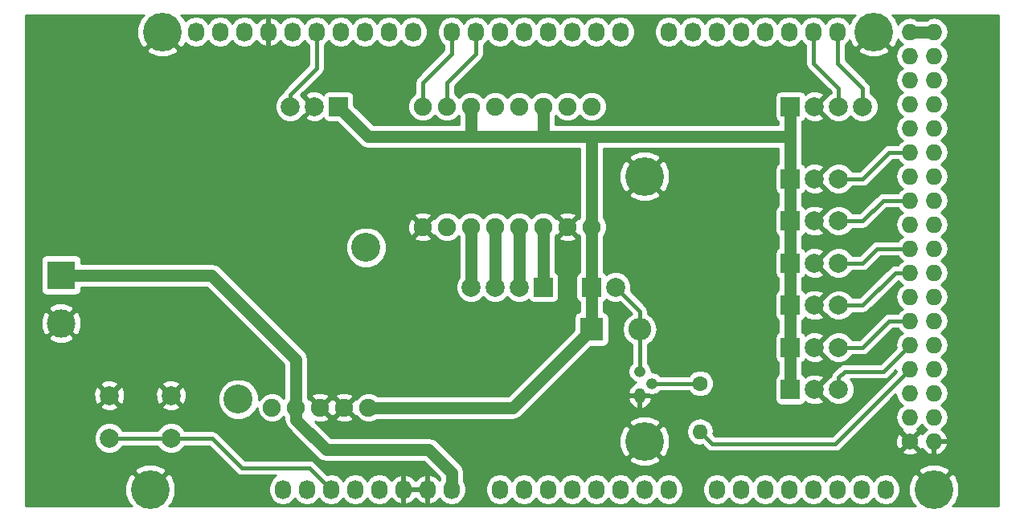
<source format=gbl>
G04 #@! TF.FileFunction,Copper,L2,Bot,Signal*
%FSLAX46Y46*%
G04 Gerber Fmt 4.6, Leading zero omitted, Abs format (unit mm)*
G04 Created by KiCad (PCBNEW 4.0.7) date 04/01/18 22:28:44*
%MOMM*%
%LPD*%
G01*
G04 APERTURE LIST*
%ADD10C,0.100000*%
%ADD11C,1.727200*%
%ADD12O,1.727200X1.727200*%
%ADD13O,1.727200X2.032000*%
%ADD14C,4.064000*%
%ADD15R,2.000000X2.000000*%
%ADD16C,2.000000*%
%ADD17R,3.000000X3.000000*%
%ADD18C,3.000000*%
%ADD19C,1.905000*%
%ADD20C,3.048000*%
%ADD21C,1.600000*%
%ADD22O,1.600000X1.600000*%
%ADD23R,2.400000X2.400000*%
%ADD24O,2.400000X2.400000*%
%ADD25O,1.200000X1.600000*%
%ADD26O,1.200000X1.200000*%
%ADD27C,0.400000*%
%ADD28C,1.270000*%
%ADD29C,0.254000*%
G04 APERTURE END LIST*
D10*
D11*
X197358000Y-114046000D03*
D12*
X199898000Y-114046000D03*
X197358000Y-111506000D03*
X199898000Y-111506000D03*
X197358000Y-108966000D03*
X199898000Y-108966000D03*
X197358000Y-106426000D03*
X199898000Y-106426000D03*
X197358000Y-103886000D03*
X199898000Y-103886000D03*
X197358000Y-101346000D03*
X199898000Y-101346000D03*
X197358000Y-98806000D03*
X199898000Y-98806000D03*
X197358000Y-96266000D03*
X199898000Y-96266000D03*
X197358000Y-93726000D03*
X199898000Y-93726000D03*
X197358000Y-91186000D03*
X199898000Y-91186000D03*
X197358000Y-88646000D03*
X199898000Y-88646000D03*
X197358000Y-86106000D03*
X199898000Y-86106000D03*
X197358000Y-83566000D03*
X199898000Y-83566000D03*
X197358000Y-81026000D03*
X199898000Y-81026000D03*
X197358000Y-78486000D03*
X199898000Y-78486000D03*
X197358000Y-75946000D03*
X199898000Y-75946000D03*
X197358000Y-73406000D03*
X199898000Y-73406000D03*
X197358000Y-70866000D03*
X199898000Y-70866000D03*
D13*
X131318000Y-119126000D03*
X133858000Y-119126000D03*
X136398000Y-119126000D03*
X138938000Y-119126000D03*
X141478000Y-119126000D03*
X144018000Y-119126000D03*
X146558000Y-119126000D03*
X149098000Y-119126000D03*
X154178000Y-119126000D03*
X156718000Y-119126000D03*
X159258000Y-119126000D03*
X161798000Y-119126000D03*
X164338000Y-119126000D03*
X166878000Y-119126000D03*
X169418000Y-119126000D03*
X171958000Y-119126000D03*
X177038000Y-119126000D03*
X179578000Y-119126000D03*
X182118000Y-119126000D03*
X184658000Y-119126000D03*
X187198000Y-119126000D03*
X189738000Y-119126000D03*
X192278000Y-119126000D03*
X194818000Y-119126000D03*
X122174000Y-70866000D03*
X124714000Y-70866000D03*
X127254000Y-70866000D03*
X129794000Y-70866000D03*
X132334000Y-70866000D03*
X134874000Y-70866000D03*
X137414000Y-70866000D03*
X139954000Y-70866000D03*
X142494000Y-70866000D03*
X145034000Y-70866000D03*
X149098000Y-70866000D03*
X151638000Y-70866000D03*
X154178000Y-70866000D03*
X156718000Y-70866000D03*
X159258000Y-70866000D03*
X161798000Y-70866000D03*
X164338000Y-70866000D03*
X166878000Y-70866000D03*
X171958000Y-70866000D03*
X174498000Y-70866000D03*
X177038000Y-70866000D03*
X179578000Y-70866000D03*
X182118000Y-70866000D03*
X184658000Y-70866000D03*
X187198000Y-70866000D03*
X189738000Y-70866000D03*
D14*
X117348000Y-119126000D03*
X169418000Y-114046000D03*
X199898000Y-119126000D03*
X118618000Y-70866000D03*
X169418000Y-86106000D03*
X193548000Y-70866000D03*
D15*
X184785000Y-108585000D03*
D16*
X187325000Y-108585000D03*
X189865000Y-108585000D03*
D15*
X184785000Y-104140000D03*
D16*
X187325000Y-104140000D03*
X189865000Y-104140000D03*
D15*
X184785000Y-99695000D03*
D16*
X187325000Y-99695000D03*
X189865000Y-99695000D03*
D15*
X184785000Y-95250000D03*
D16*
X187325000Y-95250000D03*
X189865000Y-95250000D03*
D15*
X184785000Y-90805000D03*
D16*
X187325000Y-90805000D03*
X189865000Y-90805000D03*
D15*
X184785000Y-86360000D03*
D16*
X187325000Y-86360000D03*
X189865000Y-86360000D03*
D15*
X137160000Y-78740000D03*
D16*
X134620000Y-78740000D03*
X132080000Y-78740000D03*
D15*
X158750000Y-97790000D03*
D16*
X156210000Y-97790000D03*
X153670000Y-97790000D03*
X151130000Y-97790000D03*
D15*
X184785000Y-78740000D03*
D16*
X187325000Y-78740000D03*
X189865000Y-78740000D03*
X192405000Y-78740000D03*
D17*
X107950000Y-96520000D03*
D18*
X107950000Y-101600000D03*
D15*
X163830000Y-97790000D03*
D16*
X166370000Y-97790000D03*
D19*
X163830000Y-91440000D03*
X163830000Y-78740000D03*
X161290000Y-91440000D03*
X161290000Y-78740000D03*
X158750000Y-91440000D03*
X158750000Y-78740000D03*
X156210000Y-91440000D03*
X156210000Y-78740000D03*
X153670000Y-91440000D03*
X153670000Y-78740000D03*
X151130000Y-91440000D03*
X151130000Y-78740000D03*
X148590000Y-91440000D03*
X148590000Y-78740000D03*
X146050000Y-91440000D03*
X146050000Y-78740000D03*
X130175000Y-110490000D03*
X132715000Y-110490000D03*
X135255000Y-110490000D03*
X137795000Y-110490000D03*
X140335000Y-110490000D03*
D20*
X126619000Y-109601000D03*
X140081000Y-93599000D03*
D21*
X175260000Y-107950000D03*
D22*
X175260000Y-113030000D03*
D23*
X163830000Y-102235000D03*
D24*
X168910000Y-102235000D03*
D25*
X168910000Y-109220000D03*
D26*
X170180000Y-107950000D03*
X168910000Y-106680000D03*
D16*
X113030000Y-113720000D03*
X113030000Y-109220000D03*
X119530000Y-113720000D03*
X119530000Y-109220000D03*
D27*
X175260000Y-113030000D02*
X176530000Y-114300000D01*
X176530000Y-114300000D02*
X189484000Y-114300000D01*
X189484000Y-114300000D02*
X197358000Y-106426000D01*
X189865000Y-108585000D02*
X189865000Y-107315000D01*
X194564000Y-106680000D02*
X197358000Y-103886000D01*
X190500000Y-106680000D02*
X194564000Y-106680000D01*
X189865000Y-107315000D02*
X190500000Y-106680000D01*
X189865000Y-104140000D02*
X192405000Y-104140000D01*
X195199000Y-101346000D02*
X197358000Y-101346000D01*
X192405000Y-104140000D02*
X195199000Y-101346000D01*
X189865000Y-99695000D02*
X192405000Y-99695000D01*
X195834000Y-96266000D02*
X197358000Y-96266000D01*
X192405000Y-99695000D02*
X195834000Y-96266000D01*
X189865000Y-95250000D02*
X192405000Y-95250000D01*
X193929000Y-93726000D02*
X197358000Y-93726000D01*
X192405000Y-95250000D02*
X193929000Y-93726000D01*
X189865000Y-90805000D02*
X192405000Y-90805000D01*
X194564000Y-88646000D02*
X197358000Y-88646000D01*
X192405000Y-90805000D02*
X194564000Y-88646000D01*
X189865000Y-86360000D02*
X192405000Y-86360000D01*
X195199000Y-83566000D02*
X197358000Y-83566000D01*
X192405000Y-86360000D02*
X195199000Y-83566000D01*
D28*
X163830000Y-97790000D02*
X163830000Y-91440000D01*
X163830000Y-102235000D02*
X163830000Y-97790000D01*
X140335000Y-110490000D02*
X155575000Y-110490000D01*
X155575000Y-110490000D02*
X163830000Y-102235000D01*
X184785000Y-81915000D02*
X184785000Y-78740000D01*
X151130000Y-81915000D02*
X140335000Y-81915000D01*
X140335000Y-81915000D02*
X137160000Y-78740000D01*
X158750000Y-78740000D02*
X158750000Y-81915000D01*
X163830000Y-91440000D02*
X163830000Y-81915000D01*
X151130000Y-81915000D02*
X158750000Y-81915000D01*
X158750000Y-81915000D02*
X163830000Y-81915000D01*
X163830000Y-81915000D02*
X184785000Y-81915000D01*
X184785000Y-86360000D02*
X184785000Y-81915000D01*
X184785000Y-90805000D02*
X184785000Y-91440000D01*
X184785000Y-91440000D02*
X184785000Y-86360000D01*
X184785000Y-95250000D02*
X184785000Y-90805000D01*
X184785000Y-99695000D02*
X184785000Y-95250000D01*
X184785000Y-104140000D02*
X184785000Y-99695000D01*
X184785000Y-108585000D02*
X184785000Y-104140000D01*
X151130000Y-81915000D02*
X151130000Y-78740000D01*
D27*
X136398000Y-119126000D02*
X134112000Y-116840000D01*
X123880000Y-113720000D02*
X119530000Y-113720000D01*
X127000000Y-116840000D02*
X123880000Y-113720000D01*
X134112000Y-116840000D02*
X127000000Y-116840000D01*
X113030000Y-113720000D02*
X119530000Y-113720000D01*
X132080000Y-78740000D02*
X132080000Y-77470000D01*
X134874000Y-74676000D02*
X134874000Y-70866000D01*
X132080000Y-77470000D02*
X134874000Y-74676000D01*
X146050000Y-78740000D02*
X146050000Y-76200000D01*
X149098000Y-73152000D02*
X149098000Y-70866000D01*
X146050000Y-76200000D02*
X149098000Y-73152000D01*
X148590000Y-78740000D02*
X148590000Y-76200000D01*
X151638000Y-73152000D02*
X151638000Y-70866000D01*
X148590000Y-76200000D02*
X151638000Y-73152000D01*
X189865000Y-78740000D02*
X189865000Y-76835000D01*
X187198000Y-74168000D02*
X187198000Y-70866000D01*
X189865000Y-76835000D02*
X187198000Y-74168000D01*
X192405000Y-78740000D02*
X192405000Y-76835000D01*
X189738000Y-74168000D02*
X189738000Y-70866000D01*
X192405000Y-76835000D02*
X189738000Y-74168000D01*
D28*
X132715000Y-110490000D02*
X132715000Y-111760000D01*
X135890000Y-114935000D02*
X146685000Y-114935000D01*
X146685000Y-114935000D02*
X149098000Y-117348000D01*
X149098000Y-117348000D02*
X149098000Y-119126000D01*
X132715000Y-111760000D02*
X135890000Y-114935000D01*
X107950000Y-96520000D02*
X123825000Y-96520000D01*
X132715000Y-105410000D02*
X132715000Y-110490000D01*
X123825000Y-96520000D02*
X132715000Y-105410000D01*
X158750000Y-97790000D02*
X158750000Y-91440000D01*
X156210000Y-91440000D02*
X156210000Y-97790000D01*
X153670000Y-97790000D02*
X153670000Y-91440000D01*
X151130000Y-91440000D02*
X151130000Y-97790000D01*
X197358000Y-70866000D02*
X199898000Y-70866000D01*
D27*
X168910000Y-106680000D02*
X168910000Y-102235000D01*
X168910000Y-102235000D02*
X168910000Y-100330000D01*
X168910000Y-100330000D02*
X166370000Y-97790000D01*
X170180000Y-107950000D02*
X175260000Y-107950000D01*
D29*
G36*
X116345832Y-69372154D02*
X115947120Y-70355388D01*
X115955025Y-71416357D01*
X116345832Y-72359846D01*
X116719879Y-72584516D01*
X118438395Y-70866000D01*
X118424253Y-70851858D01*
X118603858Y-70672253D01*
X118618000Y-70686395D01*
X118632143Y-70672253D01*
X118811748Y-70851858D01*
X118797605Y-70866000D01*
X120516121Y-72584516D01*
X120890168Y-72359846D01*
X121037775Y-71995843D01*
X121114330Y-72110415D01*
X121600511Y-72435271D01*
X122174000Y-72549345D01*
X122747489Y-72435271D01*
X123233670Y-72110415D01*
X123444000Y-71795634D01*
X123654330Y-72110415D01*
X124140511Y-72435271D01*
X124714000Y-72549345D01*
X125287489Y-72435271D01*
X125773670Y-72110415D01*
X125984000Y-71795634D01*
X126194330Y-72110415D01*
X126680511Y-72435271D01*
X127254000Y-72549345D01*
X127827489Y-72435271D01*
X128313670Y-72110415D01*
X128520461Y-71800931D01*
X128891964Y-72216732D01*
X129419209Y-72470709D01*
X129434974Y-72473358D01*
X129667000Y-72352217D01*
X129667000Y-70993000D01*
X129647000Y-70993000D01*
X129647000Y-70739000D01*
X129667000Y-70739000D01*
X129667000Y-69379783D01*
X129921000Y-69379783D01*
X129921000Y-70739000D01*
X129941000Y-70739000D01*
X129941000Y-70993000D01*
X129921000Y-70993000D01*
X129921000Y-72352217D01*
X130153026Y-72473358D01*
X130168791Y-72470709D01*
X130696036Y-72216732D01*
X131067539Y-71800931D01*
X131274330Y-72110415D01*
X131760511Y-72435271D01*
X132334000Y-72549345D01*
X132907489Y-72435271D01*
X133393670Y-72110415D01*
X133604000Y-71795634D01*
X133814330Y-72110415D01*
X134039000Y-72260535D01*
X134039000Y-74330132D01*
X131489566Y-76879566D01*
X131308561Y-77150459D01*
X131278388Y-77302146D01*
X131155057Y-77353106D01*
X130694722Y-77812637D01*
X130445284Y-78413352D01*
X130444716Y-79063795D01*
X130693106Y-79664943D01*
X131152637Y-80125278D01*
X131753352Y-80374716D01*
X132403795Y-80375284D01*
X133004943Y-80126894D01*
X133432562Y-79700022D01*
X133467468Y-79712927D01*
X134440395Y-78740000D01*
X133467468Y-77767073D01*
X133432062Y-77780164D01*
X133239702Y-77587468D01*
X133647073Y-77587468D01*
X134620000Y-78560395D01*
X134634143Y-78546253D01*
X134813748Y-78725858D01*
X134799605Y-78740000D01*
X134813748Y-78754143D01*
X134634143Y-78933748D01*
X134620000Y-78919605D01*
X133647073Y-79892532D01*
X133745736Y-80159387D01*
X134355461Y-80385908D01*
X135005460Y-80361856D01*
X135494264Y-80159387D01*
X135560319Y-79980727D01*
X135695910Y-80191441D01*
X135908110Y-80336431D01*
X136160000Y-80387440D01*
X137011388Y-80387440D01*
X139436974Y-82813026D01*
X139848992Y-83088327D01*
X140335000Y-83185001D01*
X140335005Y-83185000D01*
X162560000Y-83185000D01*
X162560000Y-90464678D01*
X162493032Y-90531529D01*
X162408159Y-90501446D01*
X161469605Y-91440000D01*
X162408159Y-92378554D01*
X162493583Y-92348275D01*
X162560000Y-92414808D01*
X162560000Y-96209156D01*
X162378559Y-96325910D01*
X162233569Y-96538110D01*
X162182560Y-96790000D01*
X162182560Y-98790000D01*
X162226838Y-99025317D01*
X162365910Y-99241441D01*
X162560000Y-99374057D01*
X162560000Y-100400731D01*
X162394683Y-100431838D01*
X162178559Y-100570910D01*
X162033569Y-100783110D01*
X161982560Y-101035000D01*
X161982560Y-102286388D01*
X155048948Y-109220000D01*
X141310322Y-109220000D01*
X141235421Y-109144968D01*
X140652159Y-108902776D01*
X140020612Y-108902225D01*
X139436928Y-109143398D01*
X138998032Y-109581529D01*
X138913159Y-109551446D01*
X137974605Y-110490000D01*
X138913159Y-111428554D01*
X138998583Y-111398275D01*
X139434579Y-111835032D01*
X140017841Y-112077224D01*
X140649388Y-112077775D01*
X141233072Y-111836602D01*
X141309808Y-111760000D01*
X155574995Y-111760000D01*
X155575000Y-111760001D01*
X156061008Y-111663327D01*
X156473026Y-111388026D01*
X158319371Y-109541681D01*
X167675090Y-109541681D01*
X167815657Y-110004998D01*
X168122828Y-110379255D01*
X168549839Y-110607474D01*
X168592391Y-110613462D01*
X168783000Y-110488731D01*
X168783000Y-109347000D01*
X169037000Y-109347000D01*
X169037000Y-110488731D01*
X169227609Y-110613462D01*
X169270161Y-110607474D01*
X169697172Y-110379255D01*
X170004343Y-110004998D01*
X170144910Y-109541681D01*
X169989991Y-109347000D01*
X169037000Y-109347000D01*
X168783000Y-109347000D01*
X167830009Y-109347000D01*
X167675090Y-109541681D01*
X158319371Y-109541681D01*
X163778612Y-104082440D01*
X165030000Y-104082440D01*
X165265317Y-104038162D01*
X165481441Y-103899090D01*
X165626431Y-103686890D01*
X165677440Y-103435000D01*
X165677440Y-101035000D01*
X165633162Y-100799683D01*
X165494090Y-100583559D01*
X165281890Y-100438569D01*
X165100000Y-100401735D01*
X165100000Y-99370844D01*
X165281441Y-99254090D01*
X165378910Y-99111439D01*
X165442637Y-99175278D01*
X166043352Y-99424716D01*
X166693795Y-99425284D01*
X166786225Y-99387093D01*
X168032145Y-100633013D01*
X167576509Y-100937459D01*
X167178731Y-101532776D01*
X167039050Y-102235000D01*
X167178731Y-102937224D01*
X167576509Y-103532541D01*
X168075000Y-103865622D01*
X168075000Y-105756952D01*
X168036723Y-105782528D01*
X167769009Y-106183191D01*
X167675000Y-106655805D01*
X167675000Y-106704195D01*
X167769009Y-107176809D01*
X168036723Y-107577472D01*
X168437386Y-107845186D01*
X168502075Y-107858054D01*
X168122828Y-108060745D01*
X167815657Y-108435002D01*
X167675090Y-108898319D01*
X167830009Y-109093000D01*
X168783000Y-109093000D01*
X168783000Y-109073000D01*
X169037000Y-109073000D01*
X169037000Y-109093000D01*
X169674182Y-109093000D01*
X169707386Y-109115186D01*
X170180000Y-109209195D01*
X170652614Y-109115186D01*
X171053277Y-108847472D01*
X171095019Y-108785000D01*
X174065917Y-108785000D01*
X174446077Y-109165824D01*
X174973309Y-109384750D01*
X175544187Y-109385248D01*
X176071800Y-109167243D01*
X176475824Y-108763923D01*
X176694750Y-108236691D01*
X176695248Y-107665813D01*
X176477243Y-107138200D01*
X176073923Y-106734176D01*
X175546691Y-106515250D01*
X174975813Y-106514752D01*
X174448200Y-106732757D01*
X174065290Y-107115000D01*
X171095019Y-107115000D01*
X171053277Y-107052528D01*
X170652614Y-106784814D01*
X170180000Y-106690805D01*
X170145000Y-106697767D01*
X170145000Y-106655805D01*
X170050991Y-106183191D01*
X169783277Y-105782528D01*
X169745000Y-105756952D01*
X169745000Y-103865622D01*
X170243491Y-103532541D01*
X170641269Y-102937224D01*
X170780950Y-102235000D01*
X170641269Y-101532776D01*
X170243491Y-100937459D01*
X169745000Y-100604378D01*
X169745000Y-100330000D01*
X169681439Y-100010459D01*
X169500434Y-99739566D01*
X167967395Y-98206527D01*
X168004716Y-98116648D01*
X168005284Y-97466205D01*
X167756894Y-96865057D01*
X167297363Y-96404722D01*
X166696648Y-96155284D01*
X166046205Y-96154716D01*
X165445057Y-96403106D01*
X165378426Y-96469621D01*
X165294090Y-96338559D01*
X165100000Y-96205943D01*
X165100000Y-92415322D01*
X165175032Y-92340421D01*
X165417224Y-91757159D01*
X165417775Y-91125612D01*
X165176602Y-90541928D01*
X165100000Y-90465192D01*
X165100000Y-88004121D01*
X167699484Y-88004121D01*
X167924154Y-88378168D01*
X168907388Y-88776880D01*
X169968357Y-88768975D01*
X170911846Y-88378168D01*
X171136516Y-88004121D01*
X169418000Y-86285605D01*
X167699484Y-88004121D01*
X165100000Y-88004121D01*
X165100000Y-85595388D01*
X166747120Y-85595388D01*
X166755025Y-86656357D01*
X167145832Y-87599846D01*
X167519879Y-87824516D01*
X169238395Y-86106000D01*
X169597605Y-86106000D01*
X171316121Y-87824516D01*
X171690168Y-87599846D01*
X172088880Y-86616612D01*
X172080975Y-85555643D01*
X171690168Y-84612154D01*
X171316121Y-84387484D01*
X169597605Y-86106000D01*
X169238395Y-86106000D01*
X167519879Y-84387484D01*
X167145832Y-84612154D01*
X166747120Y-85595388D01*
X165100000Y-85595388D01*
X165100000Y-84207879D01*
X167699484Y-84207879D01*
X169418000Y-85926395D01*
X171136516Y-84207879D01*
X170911846Y-83833832D01*
X169928612Y-83435120D01*
X168867643Y-83443025D01*
X167924154Y-83833832D01*
X167699484Y-84207879D01*
X165100000Y-84207879D01*
X165100000Y-83185000D01*
X183515000Y-83185000D01*
X183515000Y-84779156D01*
X183333559Y-84895910D01*
X183188569Y-85108110D01*
X183137560Y-85360000D01*
X183137560Y-87360000D01*
X183181838Y-87595317D01*
X183320910Y-87811441D01*
X183515000Y-87944057D01*
X183515000Y-89224156D01*
X183333559Y-89340910D01*
X183188569Y-89553110D01*
X183137560Y-89805000D01*
X183137560Y-91805000D01*
X183181838Y-92040317D01*
X183320910Y-92256441D01*
X183515000Y-92389057D01*
X183515000Y-93669156D01*
X183333559Y-93785910D01*
X183188569Y-93998110D01*
X183137560Y-94250000D01*
X183137560Y-96250000D01*
X183181838Y-96485317D01*
X183320910Y-96701441D01*
X183515000Y-96834057D01*
X183515000Y-98114156D01*
X183333559Y-98230910D01*
X183188569Y-98443110D01*
X183137560Y-98695000D01*
X183137560Y-100695000D01*
X183181838Y-100930317D01*
X183320910Y-101146441D01*
X183515000Y-101279057D01*
X183515000Y-102559156D01*
X183333559Y-102675910D01*
X183188569Y-102888110D01*
X183137560Y-103140000D01*
X183137560Y-105140000D01*
X183181838Y-105375317D01*
X183320910Y-105591441D01*
X183515000Y-105724057D01*
X183515000Y-107004156D01*
X183333559Y-107120910D01*
X183188569Y-107333110D01*
X183137560Y-107585000D01*
X183137560Y-109585000D01*
X183181838Y-109820317D01*
X183320910Y-110036441D01*
X183533110Y-110181431D01*
X183785000Y-110232440D01*
X185785000Y-110232440D01*
X186020317Y-110188162D01*
X186236441Y-110049090D01*
X186381431Y-109836890D01*
X186384042Y-109823998D01*
X186450736Y-110004387D01*
X187060461Y-110230908D01*
X187710460Y-110206856D01*
X188199264Y-110004387D01*
X188297927Y-109737532D01*
X187325000Y-108764605D01*
X187310858Y-108778748D01*
X187131253Y-108599143D01*
X187145395Y-108585000D01*
X187131253Y-108570858D01*
X187310858Y-108391253D01*
X187325000Y-108405395D01*
X188297927Y-107432468D01*
X188199264Y-107165613D01*
X187589539Y-106939092D01*
X186939540Y-106963144D01*
X186450736Y-107165613D01*
X186384681Y-107344273D01*
X186249090Y-107133559D01*
X186055000Y-107000943D01*
X186055000Y-105720844D01*
X186236441Y-105604090D01*
X186381431Y-105391890D01*
X186384042Y-105378998D01*
X186450736Y-105559387D01*
X187060461Y-105785908D01*
X187710460Y-105761856D01*
X188199264Y-105559387D01*
X188297927Y-105292532D01*
X187325000Y-104319605D01*
X187310858Y-104333748D01*
X187131253Y-104154143D01*
X187145395Y-104140000D01*
X187131253Y-104125858D01*
X187310858Y-103946253D01*
X187325000Y-103960395D01*
X188297927Y-102987468D01*
X188199264Y-102720613D01*
X187589539Y-102494092D01*
X186939540Y-102518144D01*
X186450736Y-102720613D01*
X186384681Y-102899273D01*
X186249090Y-102688559D01*
X186055000Y-102555943D01*
X186055000Y-101275844D01*
X186236441Y-101159090D01*
X186381431Y-100946890D01*
X186384042Y-100933998D01*
X186450736Y-101114387D01*
X187060461Y-101340908D01*
X187710460Y-101316856D01*
X188199264Y-101114387D01*
X188297927Y-100847532D01*
X187325000Y-99874605D01*
X187310858Y-99888748D01*
X187131253Y-99709143D01*
X187145395Y-99695000D01*
X187131253Y-99680858D01*
X187310858Y-99501253D01*
X187325000Y-99515395D01*
X188297927Y-98542468D01*
X188199264Y-98275613D01*
X187589539Y-98049092D01*
X186939540Y-98073144D01*
X186450736Y-98275613D01*
X186384681Y-98454273D01*
X186249090Y-98243559D01*
X186055000Y-98110943D01*
X186055000Y-96830844D01*
X186236441Y-96714090D01*
X186381431Y-96501890D01*
X186384042Y-96488998D01*
X186450736Y-96669387D01*
X187060461Y-96895908D01*
X187710460Y-96871856D01*
X188199264Y-96669387D01*
X188297927Y-96402532D01*
X187325000Y-95429605D01*
X187310858Y-95443748D01*
X187131253Y-95264143D01*
X187145395Y-95250000D01*
X187131253Y-95235858D01*
X187310858Y-95056253D01*
X187325000Y-95070395D01*
X188297927Y-94097468D01*
X188199264Y-93830613D01*
X187589539Y-93604092D01*
X186939540Y-93628144D01*
X186450736Y-93830613D01*
X186384681Y-94009273D01*
X186249090Y-93798559D01*
X186055000Y-93665943D01*
X186055000Y-92385844D01*
X186236441Y-92269090D01*
X186381431Y-92056890D01*
X186384042Y-92043998D01*
X186450736Y-92224387D01*
X187060461Y-92450908D01*
X187710460Y-92426856D01*
X188199264Y-92224387D01*
X188297927Y-91957532D01*
X187325000Y-90984605D01*
X187310858Y-90998748D01*
X187131253Y-90819143D01*
X187145395Y-90805000D01*
X187131253Y-90790858D01*
X187310858Y-90611253D01*
X187325000Y-90625395D01*
X188297927Y-89652468D01*
X188199264Y-89385613D01*
X187589539Y-89159092D01*
X186939540Y-89183144D01*
X186450736Y-89385613D01*
X186384681Y-89564273D01*
X186249090Y-89353559D01*
X186055000Y-89220943D01*
X186055000Y-87940844D01*
X186236441Y-87824090D01*
X186381431Y-87611890D01*
X186384042Y-87598998D01*
X186450736Y-87779387D01*
X187060461Y-88005908D01*
X187710460Y-87981856D01*
X188199264Y-87779387D01*
X188297927Y-87512532D01*
X187325000Y-86539605D01*
X187310858Y-86553748D01*
X187131253Y-86374143D01*
X187145395Y-86360000D01*
X187131253Y-86345858D01*
X187310858Y-86166253D01*
X187325000Y-86180395D01*
X188297927Y-85207468D01*
X188199264Y-84940613D01*
X187589539Y-84714092D01*
X186939540Y-84738144D01*
X186450736Y-84940613D01*
X186384681Y-85119273D01*
X186249090Y-84908559D01*
X186055000Y-84775943D01*
X186055000Y-80320844D01*
X186236441Y-80204090D01*
X186381431Y-79991890D01*
X186384042Y-79978998D01*
X186450736Y-80159387D01*
X187060461Y-80385908D01*
X187710460Y-80361856D01*
X188199264Y-80159387D01*
X188297927Y-79892532D01*
X187325000Y-78919605D01*
X187310858Y-78933748D01*
X187131253Y-78754143D01*
X187145395Y-78740000D01*
X187131253Y-78725858D01*
X187310858Y-78546253D01*
X187325000Y-78560395D01*
X188297927Y-77587468D01*
X188199264Y-77320613D01*
X187589539Y-77094092D01*
X186939540Y-77118144D01*
X186450736Y-77320613D01*
X186384681Y-77499273D01*
X186249090Y-77288559D01*
X186036890Y-77143569D01*
X185785000Y-77092560D01*
X183785000Y-77092560D01*
X183549683Y-77136838D01*
X183333559Y-77275910D01*
X183188569Y-77488110D01*
X183137560Y-77740000D01*
X183137560Y-79740000D01*
X183181838Y-79975317D01*
X183320910Y-80191441D01*
X183515000Y-80324057D01*
X183515000Y-80645000D01*
X160020000Y-80645000D01*
X160020000Y-79715322D01*
X160020257Y-79715065D01*
X160389579Y-80085032D01*
X160972841Y-80327224D01*
X161604388Y-80327775D01*
X162188072Y-80086602D01*
X162560257Y-79715065D01*
X162929579Y-80085032D01*
X163512841Y-80327224D01*
X164144388Y-80327775D01*
X164728072Y-80086602D01*
X165175032Y-79640421D01*
X165417224Y-79057159D01*
X165417775Y-78425612D01*
X165176602Y-77841928D01*
X164730421Y-77394968D01*
X164147159Y-77152776D01*
X163515612Y-77152225D01*
X162931928Y-77393398D01*
X162559743Y-77764935D01*
X162190421Y-77394968D01*
X161607159Y-77152776D01*
X160975612Y-77152225D01*
X160391928Y-77393398D01*
X160019743Y-77764935D01*
X159650421Y-77394968D01*
X159067159Y-77152776D01*
X158435612Y-77152225D01*
X157851928Y-77393398D01*
X157479743Y-77764935D01*
X157110421Y-77394968D01*
X156527159Y-77152776D01*
X155895612Y-77152225D01*
X155311928Y-77393398D01*
X154939743Y-77764935D01*
X154570421Y-77394968D01*
X153987159Y-77152776D01*
X153355612Y-77152225D01*
X152771928Y-77393398D01*
X152399743Y-77764935D01*
X152030421Y-77394968D01*
X151447159Y-77152776D01*
X150815612Y-77152225D01*
X150231928Y-77393398D01*
X149859743Y-77764935D01*
X149490421Y-77394968D01*
X149425000Y-77367803D01*
X149425000Y-76545868D01*
X152228434Y-73742434D01*
X152338595Y-73577566D01*
X152409439Y-73471541D01*
X152473000Y-73152000D01*
X152473000Y-72260535D01*
X152697670Y-72110415D01*
X152908000Y-71795634D01*
X153118330Y-72110415D01*
X153604511Y-72435271D01*
X154178000Y-72549345D01*
X154751489Y-72435271D01*
X155237670Y-72110415D01*
X155448000Y-71795634D01*
X155658330Y-72110415D01*
X156144511Y-72435271D01*
X156718000Y-72549345D01*
X157291489Y-72435271D01*
X157777670Y-72110415D01*
X157988000Y-71795634D01*
X158198330Y-72110415D01*
X158684511Y-72435271D01*
X159258000Y-72549345D01*
X159831489Y-72435271D01*
X160317670Y-72110415D01*
X160528000Y-71795634D01*
X160738330Y-72110415D01*
X161224511Y-72435271D01*
X161798000Y-72549345D01*
X162371489Y-72435271D01*
X162857670Y-72110415D01*
X163068000Y-71795634D01*
X163278330Y-72110415D01*
X163764511Y-72435271D01*
X164338000Y-72549345D01*
X164911489Y-72435271D01*
X165397670Y-72110415D01*
X165608000Y-71795634D01*
X165818330Y-72110415D01*
X166304511Y-72435271D01*
X166878000Y-72549345D01*
X167451489Y-72435271D01*
X167937670Y-72110415D01*
X168262526Y-71624234D01*
X168376600Y-71050745D01*
X168376600Y-70681255D01*
X168262526Y-70107766D01*
X167937670Y-69621585D01*
X167451489Y-69296729D01*
X166878000Y-69182655D01*
X166304511Y-69296729D01*
X165818330Y-69621585D01*
X165608000Y-69936366D01*
X165397670Y-69621585D01*
X164911489Y-69296729D01*
X164338000Y-69182655D01*
X163764511Y-69296729D01*
X163278330Y-69621585D01*
X163068000Y-69936366D01*
X162857670Y-69621585D01*
X162371489Y-69296729D01*
X161798000Y-69182655D01*
X161224511Y-69296729D01*
X160738330Y-69621585D01*
X160528000Y-69936366D01*
X160317670Y-69621585D01*
X159831489Y-69296729D01*
X159258000Y-69182655D01*
X158684511Y-69296729D01*
X158198330Y-69621585D01*
X157988000Y-69936366D01*
X157777670Y-69621585D01*
X157291489Y-69296729D01*
X156718000Y-69182655D01*
X156144511Y-69296729D01*
X155658330Y-69621585D01*
X155448000Y-69936366D01*
X155237670Y-69621585D01*
X154751489Y-69296729D01*
X154178000Y-69182655D01*
X153604511Y-69296729D01*
X153118330Y-69621585D01*
X152908000Y-69936366D01*
X152697670Y-69621585D01*
X152211489Y-69296729D01*
X151638000Y-69182655D01*
X151064511Y-69296729D01*
X150578330Y-69621585D01*
X150368000Y-69936366D01*
X150157670Y-69621585D01*
X149671489Y-69296729D01*
X149098000Y-69182655D01*
X148524511Y-69296729D01*
X148038330Y-69621585D01*
X147713474Y-70107766D01*
X147599400Y-70681255D01*
X147599400Y-71050745D01*
X147713474Y-71624234D01*
X148038330Y-72110415D01*
X148263000Y-72260535D01*
X148263000Y-72806132D01*
X145459566Y-75609566D01*
X145278561Y-75880459D01*
X145215000Y-76200000D01*
X145215000Y-77367337D01*
X145151928Y-77393398D01*
X144704968Y-77839579D01*
X144462776Y-78422841D01*
X144462225Y-79054388D01*
X144703398Y-79638072D01*
X145149579Y-80085032D01*
X145732841Y-80327224D01*
X146364388Y-80327775D01*
X146948072Y-80086602D01*
X147320257Y-79715065D01*
X147689579Y-80085032D01*
X148272841Y-80327224D01*
X148904388Y-80327775D01*
X149488072Y-80086602D01*
X149860000Y-79715322D01*
X149860000Y-80645000D01*
X140861052Y-80645000D01*
X138807440Y-78591388D01*
X138807440Y-77740000D01*
X138763162Y-77504683D01*
X138624090Y-77288559D01*
X138411890Y-77143569D01*
X138160000Y-77092560D01*
X136160000Y-77092560D01*
X135924683Y-77136838D01*
X135708559Y-77275910D01*
X135563569Y-77488110D01*
X135560958Y-77501002D01*
X135494264Y-77320613D01*
X134884539Y-77094092D01*
X134234540Y-77118144D01*
X133745736Y-77320613D01*
X133647073Y-77587468D01*
X133239702Y-77587468D01*
X133191593Y-77539275D01*
X135464434Y-75266434D01*
X135645440Y-74995540D01*
X135709000Y-74676000D01*
X135709000Y-72260535D01*
X135933670Y-72110415D01*
X136144000Y-71795634D01*
X136354330Y-72110415D01*
X136840511Y-72435271D01*
X137414000Y-72549345D01*
X137987489Y-72435271D01*
X138473670Y-72110415D01*
X138684000Y-71795634D01*
X138894330Y-72110415D01*
X139380511Y-72435271D01*
X139954000Y-72549345D01*
X140527489Y-72435271D01*
X141013670Y-72110415D01*
X141224000Y-71795634D01*
X141434330Y-72110415D01*
X141920511Y-72435271D01*
X142494000Y-72549345D01*
X143067489Y-72435271D01*
X143553670Y-72110415D01*
X143764000Y-71795634D01*
X143974330Y-72110415D01*
X144460511Y-72435271D01*
X145034000Y-72549345D01*
X145607489Y-72435271D01*
X146093670Y-72110415D01*
X146418526Y-71624234D01*
X146532600Y-71050745D01*
X146532600Y-70681255D01*
X146418526Y-70107766D01*
X146093670Y-69621585D01*
X145607489Y-69296729D01*
X145034000Y-69182655D01*
X144460511Y-69296729D01*
X143974330Y-69621585D01*
X143764000Y-69936366D01*
X143553670Y-69621585D01*
X143067489Y-69296729D01*
X142494000Y-69182655D01*
X141920511Y-69296729D01*
X141434330Y-69621585D01*
X141224000Y-69936366D01*
X141013670Y-69621585D01*
X140527489Y-69296729D01*
X139954000Y-69182655D01*
X139380511Y-69296729D01*
X138894330Y-69621585D01*
X138684000Y-69936366D01*
X138473670Y-69621585D01*
X137987489Y-69296729D01*
X137414000Y-69182655D01*
X136840511Y-69296729D01*
X136354330Y-69621585D01*
X136144000Y-69936366D01*
X135933670Y-69621585D01*
X135447489Y-69296729D01*
X134874000Y-69182655D01*
X134300511Y-69296729D01*
X133814330Y-69621585D01*
X133604000Y-69936366D01*
X133393670Y-69621585D01*
X132907489Y-69296729D01*
X132334000Y-69182655D01*
X131760511Y-69296729D01*
X131274330Y-69621585D01*
X131067539Y-69931069D01*
X130696036Y-69515268D01*
X130168791Y-69261291D01*
X130153026Y-69258642D01*
X129921000Y-69379783D01*
X129667000Y-69379783D01*
X129434974Y-69258642D01*
X129419209Y-69261291D01*
X128891964Y-69515268D01*
X128520461Y-69931069D01*
X128313670Y-69621585D01*
X127827489Y-69296729D01*
X127254000Y-69182655D01*
X126680511Y-69296729D01*
X126194330Y-69621585D01*
X125984000Y-69936366D01*
X125773670Y-69621585D01*
X125287489Y-69296729D01*
X124714000Y-69182655D01*
X124140511Y-69296729D01*
X123654330Y-69621585D01*
X123444000Y-69936366D01*
X123233670Y-69621585D01*
X122747489Y-69296729D01*
X122174000Y-69182655D01*
X121600511Y-69296729D01*
X121114330Y-69621585D01*
X121039731Y-69733230D01*
X120890168Y-69372154D01*
X120543951Y-69164200D01*
X191622049Y-69164200D01*
X191275832Y-69372154D01*
X191032294Y-69972725D01*
X190797670Y-69621585D01*
X190311489Y-69296729D01*
X189738000Y-69182655D01*
X189164511Y-69296729D01*
X188678330Y-69621585D01*
X188468000Y-69936366D01*
X188257670Y-69621585D01*
X187771489Y-69296729D01*
X187198000Y-69182655D01*
X186624511Y-69296729D01*
X186138330Y-69621585D01*
X185928000Y-69936366D01*
X185717670Y-69621585D01*
X185231489Y-69296729D01*
X184658000Y-69182655D01*
X184084511Y-69296729D01*
X183598330Y-69621585D01*
X183388000Y-69936366D01*
X183177670Y-69621585D01*
X182691489Y-69296729D01*
X182118000Y-69182655D01*
X181544511Y-69296729D01*
X181058330Y-69621585D01*
X180848000Y-69936366D01*
X180637670Y-69621585D01*
X180151489Y-69296729D01*
X179578000Y-69182655D01*
X179004511Y-69296729D01*
X178518330Y-69621585D01*
X178308000Y-69936366D01*
X178097670Y-69621585D01*
X177611489Y-69296729D01*
X177038000Y-69182655D01*
X176464511Y-69296729D01*
X175978330Y-69621585D01*
X175768000Y-69936366D01*
X175557670Y-69621585D01*
X175071489Y-69296729D01*
X174498000Y-69182655D01*
X173924511Y-69296729D01*
X173438330Y-69621585D01*
X173228000Y-69936366D01*
X173017670Y-69621585D01*
X172531489Y-69296729D01*
X171958000Y-69182655D01*
X171384511Y-69296729D01*
X170898330Y-69621585D01*
X170573474Y-70107766D01*
X170459400Y-70681255D01*
X170459400Y-71050745D01*
X170573474Y-71624234D01*
X170898330Y-72110415D01*
X171384511Y-72435271D01*
X171958000Y-72549345D01*
X172531489Y-72435271D01*
X173017670Y-72110415D01*
X173228000Y-71795634D01*
X173438330Y-72110415D01*
X173924511Y-72435271D01*
X174498000Y-72549345D01*
X175071489Y-72435271D01*
X175557670Y-72110415D01*
X175768000Y-71795634D01*
X175978330Y-72110415D01*
X176464511Y-72435271D01*
X177038000Y-72549345D01*
X177611489Y-72435271D01*
X178097670Y-72110415D01*
X178308000Y-71795634D01*
X178518330Y-72110415D01*
X179004511Y-72435271D01*
X179578000Y-72549345D01*
X180151489Y-72435271D01*
X180637670Y-72110415D01*
X180848000Y-71795634D01*
X181058330Y-72110415D01*
X181544511Y-72435271D01*
X182118000Y-72549345D01*
X182691489Y-72435271D01*
X183177670Y-72110415D01*
X183388000Y-71795634D01*
X183598330Y-72110415D01*
X184084511Y-72435271D01*
X184658000Y-72549345D01*
X185231489Y-72435271D01*
X185717670Y-72110415D01*
X185928000Y-71795634D01*
X186138330Y-72110415D01*
X186363000Y-72260535D01*
X186363000Y-74168000D01*
X186426561Y-74487541D01*
X186607566Y-74758434D01*
X189030000Y-77180868D01*
X189030000Y-77315942D01*
X188940057Y-77353106D01*
X188512438Y-77779978D01*
X188477532Y-77767073D01*
X187504605Y-78740000D01*
X188477532Y-79712927D01*
X188512938Y-79699836D01*
X188937637Y-80125278D01*
X189538352Y-80374716D01*
X190188795Y-80375284D01*
X190789943Y-80126894D01*
X191135199Y-79782241D01*
X191477637Y-80125278D01*
X192078352Y-80374716D01*
X192728795Y-80375284D01*
X193329943Y-80126894D01*
X193790278Y-79667363D01*
X194039716Y-79066648D01*
X194040284Y-78416205D01*
X193791894Y-77815057D01*
X193332363Y-77354722D01*
X193240000Y-77316370D01*
X193240000Y-76835000D01*
X193231135Y-76790434D01*
X193176440Y-76515460D01*
X192995434Y-76244566D01*
X190573000Y-73822132D01*
X190573000Y-72764121D01*
X191829484Y-72764121D01*
X192054154Y-73138168D01*
X193037388Y-73536880D01*
X194098357Y-73528975D01*
X195041846Y-73138168D01*
X195266516Y-72764121D01*
X193548000Y-71045605D01*
X191829484Y-72764121D01*
X190573000Y-72764121D01*
X190573000Y-72260535D01*
X190797670Y-72110415D01*
X191029067Y-71764105D01*
X191275832Y-72359846D01*
X191649879Y-72584516D01*
X193368395Y-70866000D01*
X193354253Y-70851858D01*
X193533858Y-70672253D01*
X193548000Y-70686395D01*
X193562143Y-70672253D01*
X193741748Y-70851858D01*
X193727605Y-70866000D01*
X195446121Y-72584516D01*
X195820168Y-72359846D01*
X196102919Y-71662576D01*
X196298330Y-71955029D01*
X196569172Y-72136000D01*
X196298330Y-72316971D01*
X195973474Y-72803152D01*
X195859400Y-73376641D01*
X195859400Y-73435359D01*
X195973474Y-74008848D01*
X196298330Y-74495029D01*
X196569172Y-74676000D01*
X196298330Y-74856971D01*
X195973474Y-75343152D01*
X195859400Y-75916641D01*
X195859400Y-75975359D01*
X195973474Y-76548848D01*
X196298330Y-77035029D01*
X196569172Y-77216000D01*
X196298330Y-77396971D01*
X195973474Y-77883152D01*
X195859400Y-78456641D01*
X195859400Y-78515359D01*
X195973474Y-79088848D01*
X196298330Y-79575029D01*
X196569172Y-79756000D01*
X196298330Y-79936971D01*
X195973474Y-80423152D01*
X195859400Y-80996641D01*
X195859400Y-81055359D01*
X195973474Y-81628848D01*
X196298330Y-82115029D01*
X196569172Y-82296000D01*
X196298330Y-82476971D01*
X196128593Y-82731000D01*
X195199000Y-82731000D01*
X194879460Y-82794560D01*
X194608566Y-82975566D01*
X192059132Y-85525000D01*
X191289058Y-85525000D01*
X191251894Y-85435057D01*
X190792363Y-84974722D01*
X190191648Y-84725284D01*
X189541205Y-84724716D01*
X188940057Y-84973106D01*
X188512438Y-85399978D01*
X188477532Y-85387073D01*
X187504605Y-86360000D01*
X188477532Y-87332927D01*
X188512938Y-87319836D01*
X188937637Y-87745278D01*
X189538352Y-87994716D01*
X190188795Y-87995284D01*
X190789943Y-87746894D01*
X191250278Y-87287363D01*
X191288630Y-87195000D01*
X192405000Y-87195000D01*
X192724541Y-87131439D01*
X192995434Y-86950434D01*
X195544868Y-84401000D01*
X196128593Y-84401000D01*
X196298330Y-84655029D01*
X196569172Y-84836000D01*
X196298330Y-85016971D01*
X195973474Y-85503152D01*
X195859400Y-86076641D01*
X195859400Y-86135359D01*
X195973474Y-86708848D01*
X196298330Y-87195029D01*
X196569172Y-87376000D01*
X196298330Y-87556971D01*
X196128593Y-87811000D01*
X194564000Y-87811000D01*
X194244459Y-87874561D01*
X194045592Y-88007440D01*
X193973566Y-88055566D01*
X192059132Y-89970000D01*
X191289058Y-89970000D01*
X191251894Y-89880057D01*
X190792363Y-89419722D01*
X190191648Y-89170284D01*
X189541205Y-89169716D01*
X188940057Y-89418106D01*
X188512438Y-89844978D01*
X188477532Y-89832073D01*
X187504605Y-90805000D01*
X188477532Y-91777927D01*
X188512938Y-91764836D01*
X188937637Y-92190278D01*
X189538352Y-92439716D01*
X190188795Y-92440284D01*
X190789943Y-92191894D01*
X191250278Y-91732363D01*
X191288630Y-91640000D01*
X192405000Y-91640000D01*
X192724541Y-91576439D01*
X192995434Y-91395434D01*
X194909868Y-89481000D01*
X196128593Y-89481000D01*
X196298330Y-89735029D01*
X196569172Y-89916000D01*
X196298330Y-90096971D01*
X195973474Y-90583152D01*
X195859400Y-91156641D01*
X195859400Y-91215359D01*
X195973474Y-91788848D01*
X196298330Y-92275029D01*
X196569172Y-92456000D01*
X196298330Y-92636971D01*
X196128593Y-92891000D01*
X193929000Y-92891000D01*
X193609459Y-92954561D01*
X193499887Y-93027775D01*
X193338566Y-93135566D01*
X192059132Y-94415000D01*
X191289058Y-94415000D01*
X191251894Y-94325057D01*
X190792363Y-93864722D01*
X190191648Y-93615284D01*
X189541205Y-93614716D01*
X188940057Y-93863106D01*
X188512438Y-94289978D01*
X188477532Y-94277073D01*
X187504605Y-95250000D01*
X188477532Y-96222927D01*
X188512938Y-96209836D01*
X188937637Y-96635278D01*
X189538352Y-96884716D01*
X190188795Y-96885284D01*
X190789943Y-96636894D01*
X191250278Y-96177363D01*
X191288630Y-96085000D01*
X192405000Y-96085000D01*
X192724541Y-96021439D01*
X192995434Y-95840434D01*
X194274868Y-94561000D01*
X196128593Y-94561000D01*
X196298330Y-94815029D01*
X196569172Y-94996000D01*
X196298330Y-95176971D01*
X196128593Y-95431000D01*
X195834000Y-95431000D01*
X195514459Y-95494561D01*
X195323772Y-95621974D01*
X195243566Y-95675566D01*
X192059132Y-98860000D01*
X191289058Y-98860000D01*
X191251894Y-98770057D01*
X190792363Y-98309722D01*
X190191648Y-98060284D01*
X189541205Y-98059716D01*
X188940057Y-98308106D01*
X188512438Y-98734978D01*
X188477532Y-98722073D01*
X187504605Y-99695000D01*
X188477532Y-100667927D01*
X188512938Y-100654836D01*
X188937637Y-101080278D01*
X189538352Y-101329716D01*
X190188795Y-101330284D01*
X190789943Y-101081894D01*
X191250278Y-100622363D01*
X191288630Y-100530000D01*
X192405000Y-100530000D01*
X192724541Y-100466439D01*
X192995434Y-100285434D01*
X196149131Y-97131737D01*
X196298330Y-97355029D01*
X196569172Y-97536000D01*
X196298330Y-97716971D01*
X195973474Y-98203152D01*
X195859400Y-98776641D01*
X195859400Y-98835359D01*
X195973474Y-99408848D01*
X196298330Y-99895029D01*
X196569172Y-100076000D01*
X196298330Y-100256971D01*
X196128593Y-100511000D01*
X195199000Y-100511000D01*
X194879460Y-100574560D01*
X194608566Y-100755566D01*
X192059132Y-103305000D01*
X191289058Y-103305000D01*
X191251894Y-103215057D01*
X190792363Y-102754722D01*
X190191648Y-102505284D01*
X189541205Y-102504716D01*
X188940057Y-102753106D01*
X188512438Y-103179978D01*
X188477532Y-103167073D01*
X187504605Y-104140000D01*
X188477532Y-105112927D01*
X188512938Y-105099836D01*
X188937637Y-105525278D01*
X189538352Y-105774716D01*
X190188795Y-105775284D01*
X190789943Y-105526894D01*
X191250278Y-105067363D01*
X191288630Y-104975000D01*
X192405000Y-104975000D01*
X192724541Y-104911439D01*
X192995434Y-104730434D01*
X195544868Y-102181000D01*
X196128593Y-102181000D01*
X196298330Y-102435029D01*
X196569172Y-102616000D01*
X196298330Y-102796971D01*
X195973474Y-103283152D01*
X195859400Y-103856641D01*
X195859400Y-103915359D01*
X195907244Y-104155888D01*
X194218132Y-105845000D01*
X190500000Y-105845000D01*
X190180460Y-105908560D01*
X189909566Y-106089566D01*
X189274566Y-106724566D01*
X189093561Y-106995459D01*
X189063388Y-107147146D01*
X188940057Y-107198106D01*
X188512438Y-107624978D01*
X188477532Y-107612073D01*
X187504605Y-108585000D01*
X188477532Y-109557927D01*
X188512938Y-109544836D01*
X188937637Y-109970278D01*
X189538352Y-110219716D01*
X190188795Y-110220284D01*
X190789943Y-109971894D01*
X191250278Y-109512363D01*
X191499716Y-108911648D01*
X191500284Y-108261205D01*
X191251894Y-107660057D01*
X191107090Y-107515000D01*
X194564000Y-107515000D01*
X194883541Y-107451439D01*
X195154434Y-107270434D01*
X195877668Y-106547200D01*
X195907244Y-106695888D01*
X189138132Y-113465000D01*
X176875868Y-113465000D01*
X176657501Y-113246633D01*
X176695000Y-113058113D01*
X176695000Y-113001887D01*
X176585767Y-112452736D01*
X176274698Y-111987189D01*
X175809151Y-111676120D01*
X175260000Y-111566887D01*
X174710849Y-111676120D01*
X174245302Y-111987189D01*
X173934233Y-112452736D01*
X173825000Y-113001887D01*
X173825000Y-113058113D01*
X173934233Y-113607264D01*
X174245302Y-114072811D01*
X174710849Y-114383880D01*
X175260000Y-114493113D01*
X175495418Y-114446286D01*
X175939566Y-114890434D01*
X176210459Y-115071439D01*
X176530000Y-115135000D01*
X189484000Y-115135000D01*
X189660936Y-115099805D01*
X196483800Y-115099805D01*
X196565741Y-115352516D01*
X197126030Y-115556248D01*
X197721635Y-115530058D01*
X198150259Y-115352516D01*
X198232200Y-115099805D01*
X197358000Y-114225605D01*
X196483800Y-115099805D01*
X189660936Y-115099805D01*
X189803541Y-115071439D01*
X190074434Y-114890434D01*
X191150838Y-113814030D01*
X195847752Y-113814030D01*
X195873942Y-114409635D01*
X196051484Y-114838259D01*
X196304195Y-114920200D01*
X197178395Y-114046000D01*
X196304195Y-113171800D01*
X196051484Y-113253741D01*
X195847752Y-113814030D01*
X191150838Y-113814030D01*
X195877668Y-109087200D01*
X195973474Y-109568848D01*
X196298330Y-110055029D01*
X196569172Y-110236000D01*
X196298330Y-110416971D01*
X195973474Y-110903152D01*
X195859400Y-111476641D01*
X195859400Y-111535359D01*
X195973474Y-112108848D01*
X196298330Y-112595029D01*
X196556620Y-112767613D01*
X196483800Y-112992195D01*
X197358000Y-113866395D01*
X198232200Y-112992195D01*
X198159380Y-112767613D01*
X198417670Y-112595029D01*
X198628000Y-112280248D01*
X198838330Y-112595029D01*
X199109161Y-112775992D01*
X198691179Y-113157510D01*
X198648510Y-113248551D01*
X198411805Y-113171800D01*
X197537605Y-114046000D01*
X198411805Y-114920200D01*
X198648510Y-114843449D01*
X198691179Y-114934490D01*
X199123053Y-115328688D01*
X199538974Y-115500958D01*
X199771000Y-115379817D01*
X199771000Y-114173000D01*
X200025000Y-114173000D01*
X200025000Y-115379817D01*
X200257026Y-115500958D01*
X200672947Y-115328688D01*
X201104821Y-114934490D01*
X201352968Y-114405027D01*
X201232469Y-114173000D01*
X200025000Y-114173000D01*
X199771000Y-114173000D01*
X199751000Y-114173000D01*
X199751000Y-113919000D01*
X199771000Y-113919000D01*
X199771000Y-113899000D01*
X200025000Y-113899000D01*
X200025000Y-113919000D01*
X201232469Y-113919000D01*
X201352968Y-113686973D01*
X201104821Y-113157510D01*
X200686839Y-112775992D01*
X200957670Y-112595029D01*
X201282526Y-112108848D01*
X201396600Y-111535359D01*
X201396600Y-111476641D01*
X201282526Y-110903152D01*
X200957670Y-110416971D01*
X200686828Y-110236000D01*
X200957670Y-110055029D01*
X201282526Y-109568848D01*
X201396600Y-108995359D01*
X201396600Y-108936641D01*
X201282526Y-108363152D01*
X200957670Y-107876971D01*
X200686828Y-107696000D01*
X200957670Y-107515029D01*
X201282526Y-107028848D01*
X201396600Y-106455359D01*
X201396600Y-106396641D01*
X201282526Y-105823152D01*
X200957670Y-105336971D01*
X200686828Y-105156000D01*
X200957670Y-104975029D01*
X201282526Y-104488848D01*
X201396600Y-103915359D01*
X201396600Y-103856641D01*
X201282526Y-103283152D01*
X200957670Y-102796971D01*
X200686828Y-102616000D01*
X200957670Y-102435029D01*
X201282526Y-101948848D01*
X201396600Y-101375359D01*
X201396600Y-101316641D01*
X201282526Y-100743152D01*
X200957670Y-100256971D01*
X200686828Y-100076000D01*
X200957670Y-99895029D01*
X201282526Y-99408848D01*
X201396600Y-98835359D01*
X201396600Y-98776641D01*
X201282526Y-98203152D01*
X200957670Y-97716971D01*
X200686828Y-97536000D01*
X200957670Y-97355029D01*
X201282526Y-96868848D01*
X201396600Y-96295359D01*
X201396600Y-96236641D01*
X201282526Y-95663152D01*
X200957670Y-95176971D01*
X200686828Y-94996000D01*
X200957670Y-94815029D01*
X201282526Y-94328848D01*
X201396600Y-93755359D01*
X201396600Y-93696641D01*
X201282526Y-93123152D01*
X200957670Y-92636971D01*
X200686828Y-92456000D01*
X200957670Y-92275029D01*
X201282526Y-91788848D01*
X201396600Y-91215359D01*
X201396600Y-91156641D01*
X201282526Y-90583152D01*
X200957670Y-90096971D01*
X200686828Y-89916000D01*
X200957670Y-89735029D01*
X201282526Y-89248848D01*
X201396600Y-88675359D01*
X201396600Y-88616641D01*
X201282526Y-88043152D01*
X200957670Y-87556971D01*
X200686828Y-87376000D01*
X200957670Y-87195029D01*
X201282526Y-86708848D01*
X201396600Y-86135359D01*
X201396600Y-86076641D01*
X201282526Y-85503152D01*
X200957670Y-85016971D01*
X200686828Y-84836000D01*
X200957670Y-84655029D01*
X201282526Y-84168848D01*
X201396600Y-83595359D01*
X201396600Y-83536641D01*
X201282526Y-82963152D01*
X200957670Y-82476971D01*
X200686828Y-82296000D01*
X200957670Y-82115029D01*
X201282526Y-81628848D01*
X201396600Y-81055359D01*
X201396600Y-80996641D01*
X201282526Y-80423152D01*
X200957670Y-79936971D01*
X200686828Y-79756000D01*
X200957670Y-79575029D01*
X201282526Y-79088848D01*
X201396600Y-78515359D01*
X201396600Y-78456641D01*
X201282526Y-77883152D01*
X200957670Y-77396971D01*
X200686828Y-77216000D01*
X200957670Y-77035029D01*
X201282526Y-76548848D01*
X201396600Y-75975359D01*
X201396600Y-75916641D01*
X201282526Y-75343152D01*
X200957670Y-74856971D01*
X200686828Y-74676000D01*
X200957670Y-74495029D01*
X201282526Y-74008848D01*
X201396600Y-73435359D01*
X201396600Y-73376641D01*
X201282526Y-72803152D01*
X200957670Y-72316971D01*
X200686828Y-72136000D01*
X200957670Y-71955029D01*
X201282526Y-71468848D01*
X201396600Y-70895359D01*
X201396600Y-70836641D01*
X201282526Y-70263152D01*
X200957670Y-69776971D01*
X200471489Y-69452115D01*
X199898000Y-69338041D01*
X199324511Y-69452115D01*
X199109172Y-69596000D01*
X198146828Y-69596000D01*
X197931489Y-69452115D01*
X197358000Y-69338041D01*
X196784511Y-69452115D01*
X196298330Y-69776971D01*
X196106665Y-70063817D01*
X195820168Y-69372154D01*
X195473951Y-69164200D01*
X206679800Y-69164200D01*
X206679800Y-120827800D01*
X201823951Y-120827800D01*
X202170168Y-120619846D01*
X202568880Y-119636612D01*
X202560975Y-118575643D01*
X202170168Y-117632154D01*
X201796121Y-117407484D01*
X200077605Y-119126000D01*
X200091748Y-119140143D01*
X199912143Y-119319748D01*
X199898000Y-119305605D01*
X199883858Y-119319748D01*
X199704253Y-119140143D01*
X199718395Y-119126000D01*
X197999879Y-117407484D01*
X197625832Y-117632154D01*
X197227120Y-118615388D01*
X197235025Y-119676357D01*
X197625832Y-120619846D01*
X197972049Y-120827800D01*
X119273951Y-120827800D01*
X119620168Y-120619846D01*
X120018880Y-119636612D01*
X120010975Y-118575643D01*
X119620168Y-117632154D01*
X119246121Y-117407484D01*
X117527605Y-119126000D01*
X117541748Y-119140143D01*
X117362143Y-119319748D01*
X117348000Y-119305605D01*
X117333858Y-119319748D01*
X117154253Y-119140143D01*
X117168395Y-119126000D01*
X115449879Y-117407484D01*
X115075832Y-117632154D01*
X114677120Y-118615388D01*
X114685025Y-119676357D01*
X115075832Y-120619846D01*
X115422049Y-120827800D01*
X104216200Y-120827800D01*
X104216200Y-117227879D01*
X115629484Y-117227879D01*
X117348000Y-118946395D01*
X119066516Y-117227879D01*
X118841846Y-116853832D01*
X117858612Y-116455120D01*
X116797643Y-116463025D01*
X115854154Y-116853832D01*
X115629484Y-117227879D01*
X104216200Y-117227879D01*
X104216200Y-114043795D01*
X111394716Y-114043795D01*
X111643106Y-114644943D01*
X112102637Y-115105278D01*
X112703352Y-115354716D01*
X113353795Y-115355284D01*
X113954943Y-115106894D01*
X114415278Y-114647363D01*
X114453630Y-114555000D01*
X118105942Y-114555000D01*
X118143106Y-114644943D01*
X118602637Y-115105278D01*
X119203352Y-115354716D01*
X119853795Y-115355284D01*
X120454943Y-115106894D01*
X120915278Y-114647363D01*
X120953630Y-114555000D01*
X123534132Y-114555000D01*
X126409566Y-117430434D01*
X126680459Y-117611439D01*
X127000000Y-117675000D01*
X130567506Y-117675000D01*
X130258330Y-117881585D01*
X129933474Y-118367766D01*
X129819400Y-118941255D01*
X129819400Y-119310745D01*
X129933474Y-119884234D01*
X130258330Y-120370415D01*
X130744511Y-120695271D01*
X131318000Y-120809345D01*
X131891489Y-120695271D01*
X132377670Y-120370415D01*
X132588000Y-120055634D01*
X132798330Y-120370415D01*
X133284511Y-120695271D01*
X133858000Y-120809345D01*
X134431489Y-120695271D01*
X134917670Y-120370415D01*
X135128000Y-120055634D01*
X135338330Y-120370415D01*
X135824511Y-120695271D01*
X136398000Y-120809345D01*
X136971489Y-120695271D01*
X137457670Y-120370415D01*
X137668000Y-120055634D01*
X137878330Y-120370415D01*
X138364511Y-120695271D01*
X138938000Y-120809345D01*
X139511489Y-120695271D01*
X139997670Y-120370415D01*
X140208000Y-120055634D01*
X140418330Y-120370415D01*
X140904511Y-120695271D01*
X141478000Y-120809345D01*
X142051489Y-120695271D01*
X142537670Y-120370415D01*
X142744461Y-120060931D01*
X143115964Y-120476732D01*
X143643209Y-120730709D01*
X143658974Y-120733358D01*
X143891000Y-120612217D01*
X143891000Y-119253000D01*
X144145000Y-119253000D01*
X144145000Y-120612217D01*
X144377026Y-120733358D01*
X144392791Y-120730709D01*
X144920036Y-120476732D01*
X145288000Y-120064892D01*
X145655964Y-120476732D01*
X146183209Y-120730709D01*
X146198974Y-120733358D01*
X146431000Y-120612217D01*
X146431000Y-119253000D01*
X144145000Y-119253000D01*
X143891000Y-119253000D01*
X143871000Y-119253000D01*
X143871000Y-118999000D01*
X143891000Y-118999000D01*
X143891000Y-117639783D01*
X144145000Y-117639783D01*
X144145000Y-118999000D01*
X146431000Y-118999000D01*
X146431000Y-117639783D01*
X146198974Y-117518642D01*
X146183209Y-117521291D01*
X145655964Y-117775268D01*
X145288000Y-118187108D01*
X144920036Y-117775268D01*
X144392791Y-117521291D01*
X144377026Y-117518642D01*
X144145000Y-117639783D01*
X143891000Y-117639783D01*
X143658974Y-117518642D01*
X143643209Y-117521291D01*
X143115964Y-117775268D01*
X142744461Y-118191069D01*
X142537670Y-117881585D01*
X142051489Y-117556729D01*
X141478000Y-117442655D01*
X140904511Y-117556729D01*
X140418330Y-117881585D01*
X140208000Y-118196366D01*
X139997670Y-117881585D01*
X139511489Y-117556729D01*
X138938000Y-117442655D01*
X138364511Y-117556729D01*
X137878330Y-117881585D01*
X137668000Y-118196366D01*
X137457670Y-117881585D01*
X136971489Y-117556729D01*
X136398000Y-117442655D01*
X135978889Y-117526021D01*
X134702434Y-116249566D01*
X134635736Y-116205000D01*
X134431541Y-116068561D01*
X134112000Y-116005000D01*
X127345868Y-116005000D01*
X124470434Y-113129566D01*
X124327348Y-113033959D01*
X124199541Y-112948561D01*
X123880000Y-112885000D01*
X120954058Y-112885000D01*
X120916894Y-112795057D01*
X120457363Y-112334722D01*
X119856648Y-112085284D01*
X119206205Y-112084716D01*
X118605057Y-112333106D01*
X118144722Y-112792637D01*
X118106370Y-112885000D01*
X114454058Y-112885000D01*
X114416894Y-112795057D01*
X113957363Y-112334722D01*
X113356648Y-112085284D01*
X112706205Y-112084716D01*
X112105057Y-112333106D01*
X111644722Y-112792637D01*
X111395284Y-113393352D01*
X111394716Y-114043795D01*
X104216200Y-114043795D01*
X104216200Y-110372532D01*
X112057073Y-110372532D01*
X112155736Y-110639387D01*
X112765461Y-110865908D01*
X113415460Y-110841856D01*
X113904264Y-110639387D01*
X114002927Y-110372532D01*
X118557073Y-110372532D01*
X118655736Y-110639387D01*
X119265461Y-110865908D01*
X119915460Y-110841856D01*
X120404264Y-110639387D01*
X120502927Y-110372532D01*
X119530000Y-109399605D01*
X118557073Y-110372532D01*
X114002927Y-110372532D01*
X113030000Y-109399605D01*
X112057073Y-110372532D01*
X104216200Y-110372532D01*
X104216200Y-108955461D01*
X111384092Y-108955461D01*
X111408144Y-109605460D01*
X111610613Y-110094264D01*
X111877468Y-110192927D01*
X112850395Y-109220000D01*
X113209605Y-109220000D01*
X114182532Y-110192927D01*
X114449387Y-110094264D01*
X114675908Y-109484539D01*
X114656331Y-108955461D01*
X117884092Y-108955461D01*
X117908144Y-109605460D01*
X118110613Y-110094264D01*
X118377468Y-110192927D01*
X119350395Y-109220000D01*
X119709605Y-109220000D01*
X120682532Y-110192927D01*
X120949387Y-110094264D01*
X121175908Y-109484539D01*
X121151856Y-108834540D01*
X120949387Y-108345736D01*
X120682532Y-108247073D01*
X119709605Y-109220000D01*
X119350395Y-109220000D01*
X118377468Y-108247073D01*
X118110613Y-108345736D01*
X117884092Y-108955461D01*
X114656331Y-108955461D01*
X114651856Y-108834540D01*
X114449387Y-108345736D01*
X114182532Y-108247073D01*
X113209605Y-109220000D01*
X112850395Y-109220000D01*
X111877468Y-108247073D01*
X111610613Y-108345736D01*
X111384092Y-108955461D01*
X104216200Y-108955461D01*
X104216200Y-108067468D01*
X112057073Y-108067468D01*
X113030000Y-109040395D01*
X114002927Y-108067468D01*
X118557073Y-108067468D01*
X119530000Y-109040395D01*
X120502927Y-108067468D01*
X120404264Y-107800613D01*
X119794539Y-107574092D01*
X119144540Y-107598144D01*
X118655736Y-107800613D01*
X118557073Y-108067468D01*
X114002927Y-108067468D01*
X113904264Y-107800613D01*
X113294539Y-107574092D01*
X112644540Y-107598144D01*
X112155736Y-107800613D01*
X112057073Y-108067468D01*
X104216200Y-108067468D01*
X104216200Y-103113970D01*
X106615635Y-103113970D01*
X106775418Y-103432739D01*
X107566187Y-103742723D01*
X108415387Y-103726497D01*
X109124582Y-103432739D01*
X109284365Y-103113970D01*
X107950000Y-101779605D01*
X106615635Y-103113970D01*
X104216200Y-103113970D01*
X104216200Y-101216187D01*
X105807277Y-101216187D01*
X105823503Y-102065387D01*
X106117261Y-102774582D01*
X106436030Y-102934365D01*
X107770395Y-101600000D01*
X108129605Y-101600000D01*
X109463970Y-102934365D01*
X109782739Y-102774582D01*
X110092723Y-101983813D01*
X110076497Y-101134613D01*
X109782739Y-100425418D01*
X109463970Y-100265635D01*
X108129605Y-101600000D01*
X107770395Y-101600000D01*
X106436030Y-100265635D01*
X106117261Y-100425418D01*
X105807277Y-101216187D01*
X104216200Y-101216187D01*
X104216200Y-100086030D01*
X106615635Y-100086030D01*
X107950000Y-101420395D01*
X109284365Y-100086030D01*
X109124582Y-99767261D01*
X108333813Y-99457277D01*
X107484613Y-99473503D01*
X106775418Y-99767261D01*
X106615635Y-100086030D01*
X104216200Y-100086030D01*
X104216200Y-95020000D01*
X105802560Y-95020000D01*
X105802560Y-98020000D01*
X105846838Y-98255317D01*
X105985910Y-98471441D01*
X106198110Y-98616431D01*
X106450000Y-98667440D01*
X109450000Y-98667440D01*
X109685317Y-98623162D01*
X109901441Y-98484090D01*
X110046431Y-98271890D01*
X110097440Y-98020000D01*
X110097440Y-97790000D01*
X123298948Y-97790000D01*
X131445000Y-105936051D01*
X131445000Y-109514678D01*
X131444743Y-109514935D01*
X131075421Y-109144968D01*
X130492159Y-108902776D01*
X129860612Y-108902225D01*
X129276928Y-109143398D01*
X128829968Y-109589579D01*
X128777901Y-109714970D01*
X128778374Y-109173433D01*
X128450378Y-108379623D01*
X127843572Y-107771756D01*
X127050336Y-107442376D01*
X126191433Y-107441626D01*
X125397623Y-107769622D01*
X124789756Y-108376428D01*
X124460376Y-109169664D01*
X124459626Y-110028567D01*
X124787622Y-110822377D01*
X125394428Y-111430244D01*
X126187664Y-111759624D01*
X127046567Y-111760374D01*
X127840377Y-111432378D01*
X128448244Y-110825572D01*
X128587499Y-110490208D01*
X128587225Y-110804388D01*
X128828398Y-111388072D01*
X129274579Y-111835032D01*
X129857841Y-112077224D01*
X130489388Y-112077775D01*
X131073072Y-111836602D01*
X131445000Y-111465322D01*
X131445000Y-111759995D01*
X131444999Y-111760000D01*
X131541673Y-112246008D01*
X131816974Y-112658026D01*
X134991974Y-115833026D01*
X135403992Y-116108327D01*
X135890000Y-116205001D01*
X135890005Y-116205000D01*
X146158948Y-116205000D01*
X147828000Y-117874051D01*
X147828000Y-118187108D01*
X147460036Y-117775268D01*
X146932791Y-117521291D01*
X146917026Y-117518642D01*
X146685000Y-117639783D01*
X146685000Y-118999000D01*
X146705000Y-118999000D01*
X146705000Y-119253000D01*
X146685000Y-119253000D01*
X146685000Y-120612217D01*
X146917026Y-120733358D01*
X146932791Y-120730709D01*
X147460036Y-120476732D01*
X147831539Y-120060931D01*
X148038330Y-120370415D01*
X148524511Y-120695271D01*
X149098000Y-120809345D01*
X149671489Y-120695271D01*
X150157670Y-120370415D01*
X150482526Y-119884234D01*
X150596600Y-119310745D01*
X150596600Y-118941255D01*
X152679400Y-118941255D01*
X152679400Y-119310745D01*
X152793474Y-119884234D01*
X153118330Y-120370415D01*
X153604511Y-120695271D01*
X154178000Y-120809345D01*
X154751489Y-120695271D01*
X155237670Y-120370415D01*
X155448000Y-120055634D01*
X155658330Y-120370415D01*
X156144511Y-120695271D01*
X156718000Y-120809345D01*
X157291489Y-120695271D01*
X157777670Y-120370415D01*
X157988000Y-120055634D01*
X158198330Y-120370415D01*
X158684511Y-120695271D01*
X159258000Y-120809345D01*
X159831489Y-120695271D01*
X160317670Y-120370415D01*
X160528000Y-120055634D01*
X160738330Y-120370415D01*
X161224511Y-120695271D01*
X161798000Y-120809345D01*
X162371489Y-120695271D01*
X162857670Y-120370415D01*
X163068000Y-120055634D01*
X163278330Y-120370415D01*
X163764511Y-120695271D01*
X164338000Y-120809345D01*
X164911489Y-120695271D01*
X165397670Y-120370415D01*
X165608000Y-120055634D01*
X165818330Y-120370415D01*
X166304511Y-120695271D01*
X166878000Y-120809345D01*
X167451489Y-120695271D01*
X167937670Y-120370415D01*
X168148000Y-120055634D01*
X168358330Y-120370415D01*
X168844511Y-120695271D01*
X169418000Y-120809345D01*
X169991489Y-120695271D01*
X170477670Y-120370415D01*
X170688000Y-120055634D01*
X170898330Y-120370415D01*
X171384511Y-120695271D01*
X171958000Y-120809345D01*
X172531489Y-120695271D01*
X173017670Y-120370415D01*
X173342526Y-119884234D01*
X173456600Y-119310745D01*
X173456600Y-118941255D01*
X175539400Y-118941255D01*
X175539400Y-119310745D01*
X175653474Y-119884234D01*
X175978330Y-120370415D01*
X176464511Y-120695271D01*
X177038000Y-120809345D01*
X177611489Y-120695271D01*
X178097670Y-120370415D01*
X178308000Y-120055634D01*
X178518330Y-120370415D01*
X179004511Y-120695271D01*
X179578000Y-120809345D01*
X180151489Y-120695271D01*
X180637670Y-120370415D01*
X180848000Y-120055634D01*
X181058330Y-120370415D01*
X181544511Y-120695271D01*
X182118000Y-120809345D01*
X182691489Y-120695271D01*
X183177670Y-120370415D01*
X183388000Y-120055634D01*
X183598330Y-120370415D01*
X184084511Y-120695271D01*
X184658000Y-120809345D01*
X185231489Y-120695271D01*
X185717670Y-120370415D01*
X185928000Y-120055634D01*
X186138330Y-120370415D01*
X186624511Y-120695271D01*
X187198000Y-120809345D01*
X187771489Y-120695271D01*
X188257670Y-120370415D01*
X188468000Y-120055634D01*
X188678330Y-120370415D01*
X189164511Y-120695271D01*
X189738000Y-120809345D01*
X190311489Y-120695271D01*
X190797670Y-120370415D01*
X191008000Y-120055634D01*
X191218330Y-120370415D01*
X191704511Y-120695271D01*
X192278000Y-120809345D01*
X192851489Y-120695271D01*
X193337670Y-120370415D01*
X193548000Y-120055634D01*
X193758330Y-120370415D01*
X194244511Y-120695271D01*
X194818000Y-120809345D01*
X195391489Y-120695271D01*
X195877670Y-120370415D01*
X196202526Y-119884234D01*
X196316600Y-119310745D01*
X196316600Y-118941255D01*
X196202526Y-118367766D01*
X195877670Y-117881585D01*
X195391489Y-117556729D01*
X194818000Y-117442655D01*
X194244511Y-117556729D01*
X193758330Y-117881585D01*
X193548000Y-118196366D01*
X193337670Y-117881585D01*
X192851489Y-117556729D01*
X192278000Y-117442655D01*
X191704511Y-117556729D01*
X191218330Y-117881585D01*
X191008000Y-118196366D01*
X190797670Y-117881585D01*
X190311489Y-117556729D01*
X189738000Y-117442655D01*
X189164511Y-117556729D01*
X188678330Y-117881585D01*
X188468000Y-118196366D01*
X188257670Y-117881585D01*
X187771489Y-117556729D01*
X187198000Y-117442655D01*
X186624511Y-117556729D01*
X186138330Y-117881585D01*
X185928000Y-118196366D01*
X185717670Y-117881585D01*
X185231489Y-117556729D01*
X184658000Y-117442655D01*
X184084511Y-117556729D01*
X183598330Y-117881585D01*
X183388000Y-118196366D01*
X183177670Y-117881585D01*
X182691489Y-117556729D01*
X182118000Y-117442655D01*
X181544511Y-117556729D01*
X181058330Y-117881585D01*
X180848000Y-118196366D01*
X180637670Y-117881585D01*
X180151489Y-117556729D01*
X179578000Y-117442655D01*
X179004511Y-117556729D01*
X178518330Y-117881585D01*
X178308000Y-118196366D01*
X178097670Y-117881585D01*
X177611489Y-117556729D01*
X177038000Y-117442655D01*
X176464511Y-117556729D01*
X175978330Y-117881585D01*
X175653474Y-118367766D01*
X175539400Y-118941255D01*
X173456600Y-118941255D01*
X173342526Y-118367766D01*
X173017670Y-117881585D01*
X172531489Y-117556729D01*
X171958000Y-117442655D01*
X171384511Y-117556729D01*
X170898330Y-117881585D01*
X170688000Y-118196366D01*
X170477670Y-117881585D01*
X169991489Y-117556729D01*
X169418000Y-117442655D01*
X168844511Y-117556729D01*
X168358330Y-117881585D01*
X168148000Y-118196366D01*
X167937670Y-117881585D01*
X167451489Y-117556729D01*
X166878000Y-117442655D01*
X166304511Y-117556729D01*
X165818330Y-117881585D01*
X165608000Y-118196366D01*
X165397670Y-117881585D01*
X164911489Y-117556729D01*
X164338000Y-117442655D01*
X163764511Y-117556729D01*
X163278330Y-117881585D01*
X163068000Y-118196366D01*
X162857670Y-117881585D01*
X162371489Y-117556729D01*
X161798000Y-117442655D01*
X161224511Y-117556729D01*
X160738330Y-117881585D01*
X160528000Y-118196366D01*
X160317670Y-117881585D01*
X159831489Y-117556729D01*
X159258000Y-117442655D01*
X158684511Y-117556729D01*
X158198330Y-117881585D01*
X157988000Y-118196366D01*
X157777670Y-117881585D01*
X157291489Y-117556729D01*
X156718000Y-117442655D01*
X156144511Y-117556729D01*
X155658330Y-117881585D01*
X155448000Y-118196366D01*
X155237670Y-117881585D01*
X154751489Y-117556729D01*
X154178000Y-117442655D01*
X153604511Y-117556729D01*
X153118330Y-117881585D01*
X152793474Y-118367766D01*
X152679400Y-118941255D01*
X150596600Y-118941255D01*
X150482526Y-118367766D01*
X150368000Y-118196366D01*
X150368000Y-117348000D01*
X150344107Y-117227879D01*
X198179484Y-117227879D01*
X199898000Y-118946395D01*
X201616516Y-117227879D01*
X201391846Y-116853832D01*
X200408612Y-116455120D01*
X199347643Y-116463025D01*
X198404154Y-116853832D01*
X198179484Y-117227879D01*
X150344107Y-117227879D01*
X150271327Y-116861992D01*
X149996026Y-116449974D01*
X149996023Y-116449972D01*
X149490173Y-115944121D01*
X167699484Y-115944121D01*
X167924154Y-116318168D01*
X168907388Y-116716880D01*
X169968357Y-116708975D01*
X170911846Y-116318168D01*
X171136516Y-115944121D01*
X169418000Y-114225605D01*
X167699484Y-115944121D01*
X149490173Y-115944121D01*
X147583026Y-114036974D01*
X147171008Y-113761673D01*
X146685000Y-113664999D01*
X146684995Y-113665000D01*
X136416052Y-113665000D01*
X136286440Y-113535388D01*
X166747120Y-113535388D01*
X166755025Y-114596357D01*
X167145832Y-115539846D01*
X167519879Y-115764516D01*
X169238395Y-114046000D01*
X169597605Y-114046000D01*
X171316121Y-115764516D01*
X171690168Y-115539846D01*
X172088880Y-114556612D01*
X172080975Y-113495643D01*
X171690168Y-112552154D01*
X171316121Y-112327484D01*
X169597605Y-114046000D01*
X169238395Y-114046000D01*
X167519879Y-112327484D01*
X167145832Y-112552154D01*
X166747120Y-113535388D01*
X136286440Y-113535388D01*
X134898931Y-112147879D01*
X167699484Y-112147879D01*
X169418000Y-113866395D01*
X171136516Y-112147879D01*
X170911846Y-111773832D01*
X169928612Y-111375120D01*
X168867643Y-111383025D01*
X167924154Y-111773832D01*
X167699484Y-112147879D01*
X134898931Y-112147879D01*
X134744983Y-111993931D01*
X135001801Y-112088675D01*
X135632861Y-112063878D01*
X136100712Y-111870088D01*
X136193554Y-111608159D01*
X136856446Y-111608159D01*
X136949288Y-111870088D01*
X137541801Y-112088675D01*
X138172861Y-112063878D01*
X138640712Y-111870088D01*
X138733554Y-111608159D01*
X137795000Y-110669605D01*
X136856446Y-111608159D01*
X136193554Y-111608159D01*
X135255000Y-110669605D01*
X135240858Y-110683748D01*
X135061253Y-110504143D01*
X135075395Y-110490000D01*
X135434605Y-110490000D01*
X136373159Y-111428554D01*
X136525000Y-111374733D01*
X136676841Y-111428554D01*
X137615395Y-110490000D01*
X136676841Y-109551446D01*
X136525000Y-109605267D01*
X136373159Y-109551446D01*
X135434605Y-110490000D01*
X135075395Y-110490000D01*
X134136841Y-109551446D01*
X134051417Y-109581725D01*
X133985000Y-109515192D01*
X133985000Y-109371841D01*
X134316446Y-109371841D01*
X135255000Y-110310395D01*
X136193554Y-109371841D01*
X136856446Y-109371841D01*
X137795000Y-110310395D01*
X138733554Y-109371841D01*
X138640712Y-109109912D01*
X138048199Y-108891325D01*
X137417139Y-108916122D01*
X136949288Y-109109912D01*
X136856446Y-109371841D01*
X136193554Y-109371841D01*
X136100712Y-109109912D01*
X135508199Y-108891325D01*
X134877139Y-108916122D01*
X134409288Y-109109912D01*
X134316446Y-109371841D01*
X133985000Y-109371841D01*
X133985000Y-105410005D01*
X133985001Y-105410000D01*
X133888327Y-104923992D01*
X133758996Y-104730434D01*
X133613026Y-104511974D01*
X133613023Y-104511972D01*
X124723026Y-95621974D01*
X124311008Y-95346673D01*
X123825000Y-95249999D01*
X123824995Y-95250000D01*
X110097440Y-95250000D01*
X110097440Y-95020000D01*
X110053162Y-94784683D01*
X109914090Y-94568559D01*
X109701890Y-94423569D01*
X109450000Y-94372560D01*
X106450000Y-94372560D01*
X106214683Y-94416838D01*
X105998559Y-94555910D01*
X105853569Y-94768110D01*
X105802560Y-95020000D01*
X104216200Y-95020000D01*
X104216200Y-94026567D01*
X137921626Y-94026567D01*
X138249622Y-94820377D01*
X138856428Y-95428244D01*
X139649664Y-95757624D01*
X140508567Y-95758374D01*
X141302377Y-95430378D01*
X141910244Y-94823572D01*
X142239624Y-94030336D01*
X142240374Y-93171433D01*
X141986975Y-92558159D01*
X145111446Y-92558159D01*
X145204288Y-92820088D01*
X145796801Y-93038675D01*
X146427861Y-93013878D01*
X146895712Y-92820088D01*
X146988554Y-92558159D01*
X146050000Y-91619605D01*
X145111446Y-92558159D01*
X141986975Y-92558159D01*
X141912378Y-92377623D01*
X141305572Y-91769756D01*
X140512336Y-91440376D01*
X139653433Y-91439626D01*
X138859623Y-91767622D01*
X138251756Y-92374428D01*
X137922376Y-93167664D01*
X137921626Y-94026567D01*
X104216200Y-94026567D01*
X104216200Y-91186801D01*
X144451325Y-91186801D01*
X144476122Y-91817861D01*
X144669912Y-92285712D01*
X144931841Y-92378554D01*
X145870395Y-91440000D01*
X146229605Y-91440000D01*
X147168159Y-92378554D01*
X147253583Y-92348275D01*
X147689579Y-92785032D01*
X148272841Y-93027224D01*
X148904388Y-93027775D01*
X149488072Y-92786602D01*
X149860000Y-92415322D01*
X149860000Y-96747560D01*
X149744722Y-96862637D01*
X149495284Y-97463352D01*
X149494716Y-98113795D01*
X149743106Y-98714943D01*
X150202637Y-99175278D01*
X150803352Y-99424716D01*
X151453795Y-99425284D01*
X152054943Y-99176894D01*
X152400199Y-98832241D01*
X152742637Y-99175278D01*
X153343352Y-99424716D01*
X153993795Y-99425284D01*
X154594943Y-99176894D01*
X154940199Y-98832241D01*
X155282637Y-99175278D01*
X155883352Y-99424716D01*
X156533795Y-99425284D01*
X157134943Y-99176894D01*
X157201574Y-99110379D01*
X157285910Y-99241441D01*
X157498110Y-99386431D01*
X157750000Y-99437440D01*
X159750000Y-99437440D01*
X159985317Y-99393162D01*
X160201441Y-99254090D01*
X160346431Y-99041890D01*
X160397440Y-98790000D01*
X160397440Y-96790000D01*
X160353162Y-96554683D01*
X160214090Y-96338559D01*
X160020000Y-96205943D01*
X160020000Y-92558159D01*
X160351446Y-92558159D01*
X160444288Y-92820088D01*
X161036801Y-93038675D01*
X161667861Y-93013878D01*
X162135712Y-92820088D01*
X162228554Y-92558159D01*
X161290000Y-91619605D01*
X160351446Y-92558159D01*
X160020000Y-92558159D01*
X160020000Y-92415322D01*
X160086968Y-92348471D01*
X160171841Y-92378554D01*
X161110395Y-91440000D01*
X160171841Y-90501446D01*
X160086417Y-90531725D01*
X159876899Y-90321841D01*
X160351446Y-90321841D01*
X161290000Y-91260395D01*
X162228554Y-90321841D01*
X162135712Y-90059912D01*
X161543199Y-89841325D01*
X160912139Y-89866122D01*
X160444288Y-90059912D01*
X160351446Y-90321841D01*
X159876899Y-90321841D01*
X159650421Y-90094968D01*
X159067159Y-89852776D01*
X158435612Y-89852225D01*
X157851928Y-90093398D01*
X157479743Y-90464935D01*
X157110421Y-90094968D01*
X156527159Y-89852776D01*
X155895612Y-89852225D01*
X155311928Y-90093398D01*
X154939743Y-90464935D01*
X154570421Y-90094968D01*
X153987159Y-89852776D01*
X153355612Y-89852225D01*
X152771928Y-90093398D01*
X152399743Y-90464935D01*
X152030421Y-90094968D01*
X151447159Y-89852776D01*
X150815612Y-89852225D01*
X150231928Y-90093398D01*
X149859743Y-90464935D01*
X149490421Y-90094968D01*
X148907159Y-89852776D01*
X148275612Y-89852225D01*
X147691928Y-90093398D01*
X147253032Y-90531529D01*
X147168159Y-90501446D01*
X146229605Y-91440000D01*
X145870395Y-91440000D01*
X144931841Y-90501446D01*
X144669912Y-90594288D01*
X144451325Y-91186801D01*
X104216200Y-91186801D01*
X104216200Y-90321841D01*
X145111446Y-90321841D01*
X146050000Y-91260395D01*
X146988554Y-90321841D01*
X146895712Y-90059912D01*
X146303199Y-89841325D01*
X145672139Y-89866122D01*
X145204288Y-90059912D01*
X145111446Y-90321841D01*
X104216200Y-90321841D01*
X104216200Y-72764121D01*
X116899484Y-72764121D01*
X117124154Y-73138168D01*
X118107388Y-73536880D01*
X119168357Y-73528975D01*
X120111846Y-73138168D01*
X120336516Y-72764121D01*
X118618000Y-71045605D01*
X116899484Y-72764121D01*
X104216200Y-72764121D01*
X104216200Y-69164200D01*
X116692049Y-69164200D01*
X116345832Y-69372154D01*
X116345832Y-69372154D01*
G37*
X116345832Y-69372154D02*
X115947120Y-70355388D01*
X115955025Y-71416357D01*
X116345832Y-72359846D01*
X116719879Y-72584516D01*
X118438395Y-70866000D01*
X118424253Y-70851858D01*
X118603858Y-70672253D01*
X118618000Y-70686395D01*
X118632143Y-70672253D01*
X118811748Y-70851858D01*
X118797605Y-70866000D01*
X120516121Y-72584516D01*
X120890168Y-72359846D01*
X121037775Y-71995843D01*
X121114330Y-72110415D01*
X121600511Y-72435271D01*
X122174000Y-72549345D01*
X122747489Y-72435271D01*
X123233670Y-72110415D01*
X123444000Y-71795634D01*
X123654330Y-72110415D01*
X124140511Y-72435271D01*
X124714000Y-72549345D01*
X125287489Y-72435271D01*
X125773670Y-72110415D01*
X125984000Y-71795634D01*
X126194330Y-72110415D01*
X126680511Y-72435271D01*
X127254000Y-72549345D01*
X127827489Y-72435271D01*
X128313670Y-72110415D01*
X128520461Y-71800931D01*
X128891964Y-72216732D01*
X129419209Y-72470709D01*
X129434974Y-72473358D01*
X129667000Y-72352217D01*
X129667000Y-70993000D01*
X129647000Y-70993000D01*
X129647000Y-70739000D01*
X129667000Y-70739000D01*
X129667000Y-69379783D01*
X129921000Y-69379783D01*
X129921000Y-70739000D01*
X129941000Y-70739000D01*
X129941000Y-70993000D01*
X129921000Y-70993000D01*
X129921000Y-72352217D01*
X130153026Y-72473358D01*
X130168791Y-72470709D01*
X130696036Y-72216732D01*
X131067539Y-71800931D01*
X131274330Y-72110415D01*
X131760511Y-72435271D01*
X132334000Y-72549345D01*
X132907489Y-72435271D01*
X133393670Y-72110415D01*
X133604000Y-71795634D01*
X133814330Y-72110415D01*
X134039000Y-72260535D01*
X134039000Y-74330132D01*
X131489566Y-76879566D01*
X131308561Y-77150459D01*
X131278388Y-77302146D01*
X131155057Y-77353106D01*
X130694722Y-77812637D01*
X130445284Y-78413352D01*
X130444716Y-79063795D01*
X130693106Y-79664943D01*
X131152637Y-80125278D01*
X131753352Y-80374716D01*
X132403795Y-80375284D01*
X133004943Y-80126894D01*
X133432562Y-79700022D01*
X133467468Y-79712927D01*
X134440395Y-78740000D01*
X133467468Y-77767073D01*
X133432062Y-77780164D01*
X133239702Y-77587468D01*
X133647073Y-77587468D01*
X134620000Y-78560395D01*
X134634143Y-78546253D01*
X134813748Y-78725858D01*
X134799605Y-78740000D01*
X134813748Y-78754143D01*
X134634143Y-78933748D01*
X134620000Y-78919605D01*
X133647073Y-79892532D01*
X133745736Y-80159387D01*
X134355461Y-80385908D01*
X135005460Y-80361856D01*
X135494264Y-80159387D01*
X135560319Y-79980727D01*
X135695910Y-80191441D01*
X135908110Y-80336431D01*
X136160000Y-80387440D01*
X137011388Y-80387440D01*
X139436974Y-82813026D01*
X139848992Y-83088327D01*
X140335000Y-83185001D01*
X140335005Y-83185000D01*
X162560000Y-83185000D01*
X162560000Y-90464678D01*
X162493032Y-90531529D01*
X162408159Y-90501446D01*
X161469605Y-91440000D01*
X162408159Y-92378554D01*
X162493583Y-92348275D01*
X162560000Y-92414808D01*
X162560000Y-96209156D01*
X162378559Y-96325910D01*
X162233569Y-96538110D01*
X162182560Y-96790000D01*
X162182560Y-98790000D01*
X162226838Y-99025317D01*
X162365910Y-99241441D01*
X162560000Y-99374057D01*
X162560000Y-100400731D01*
X162394683Y-100431838D01*
X162178559Y-100570910D01*
X162033569Y-100783110D01*
X161982560Y-101035000D01*
X161982560Y-102286388D01*
X155048948Y-109220000D01*
X141310322Y-109220000D01*
X141235421Y-109144968D01*
X140652159Y-108902776D01*
X140020612Y-108902225D01*
X139436928Y-109143398D01*
X138998032Y-109581529D01*
X138913159Y-109551446D01*
X137974605Y-110490000D01*
X138913159Y-111428554D01*
X138998583Y-111398275D01*
X139434579Y-111835032D01*
X140017841Y-112077224D01*
X140649388Y-112077775D01*
X141233072Y-111836602D01*
X141309808Y-111760000D01*
X155574995Y-111760000D01*
X155575000Y-111760001D01*
X156061008Y-111663327D01*
X156473026Y-111388026D01*
X158319371Y-109541681D01*
X167675090Y-109541681D01*
X167815657Y-110004998D01*
X168122828Y-110379255D01*
X168549839Y-110607474D01*
X168592391Y-110613462D01*
X168783000Y-110488731D01*
X168783000Y-109347000D01*
X169037000Y-109347000D01*
X169037000Y-110488731D01*
X169227609Y-110613462D01*
X169270161Y-110607474D01*
X169697172Y-110379255D01*
X170004343Y-110004998D01*
X170144910Y-109541681D01*
X169989991Y-109347000D01*
X169037000Y-109347000D01*
X168783000Y-109347000D01*
X167830009Y-109347000D01*
X167675090Y-109541681D01*
X158319371Y-109541681D01*
X163778612Y-104082440D01*
X165030000Y-104082440D01*
X165265317Y-104038162D01*
X165481441Y-103899090D01*
X165626431Y-103686890D01*
X165677440Y-103435000D01*
X165677440Y-101035000D01*
X165633162Y-100799683D01*
X165494090Y-100583559D01*
X165281890Y-100438569D01*
X165100000Y-100401735D01*
X165100000Y-99370844D01*
X165281441Y-99254090D01*
X165378910Y-99111439D01*
X165442637Y-99175278D01*
X166043352Y-99424716D01*
X166693795Y-99425284D01*
X166786225Y-99387093D01*
X168032145Y-100633013D01*
X167576509Y-100937459D01*
X167178731Y-101532776D01*
X167039050Y-102235000D01*
X167178731Y-102937224D01*
X167576509Y-103532541D01*
X168075000Y-103865622D01*
X168075000Y-105756952D01*
X168036723Y-105782528D01*
X167769009Y-106183191D01*
X167675000Y-106655805D01*
X167675000Y-106704195D01*
X167769009Y-107176809D01*
X168036723Y-107577472D01*
X168437386Y-107845186D01*
X168502075Y-107858054D01*
X168122828Y-108060745D01*
X167815657Y-108435002D01*
X167675090Y-108898319D01*
X167830009Y-109093000D01*
X168783000Y-109093000D01*
X168783000Y-109073000D01*
X169037000Y-109073000D01*
X169037000Y-109093000D01*
X169674182Y-109093000D01*
X169707386Y-109115186D01*
X170180000Y-109209195D01*
X170652614Y-109115186D01*
X171053277Y-108847472D01*
X171095019Y-108785000D01*
X174065917Y-108785000D01*
X174446077Y-109165824D01*
X174973309Y-109384750D01*
X175544187Y-109385248D01*
X176071800Y-109167243D01*
X176475824Y-108763923D01*
X176694750Y-108236691D01*
X176695248Y-107665813D01*
X176477243Y-107138200D01*
X176073923Y-106734176D01*
X175546691Y-106515250D01*
X174975813Y-106514752D01*
X174448200Y-106732757D01*
X174065290Y-107115000D01*
X171095019Y-107115000D01*
X171053277Y-107052528D01*
X170652614Y-106784814D01*
X170180000Y-106690805D01*
X170145000Y-106697767D01*
X170145000Y-106655805D01*
X170050991Y-106183191D01*
X169783277Y-105782528D01*
X169745000Y-105756952D01*
X169745000Y-103865622D01*
X170243491Y-103532541D01*
X170641269Y-102937224D01*
X170780950Y-102235000D01*
X170641269Y-101532776D01*
X170243491Y-100937459D01*
X169745000Y-100604378D01*
X169745000Y-100330000D01*
X169681439Y-100010459D01*
X169500434Y-99739566D01*
X167967395Y-98206527D01*
X168004716Y-98116648D01*
X168005284Y-97466205D01*
X167756894Y-96865057D01*
X167297363Y-96404722D01*
X166696648Y-96155284D01*
X166046205Y-96154716D01*
X165445057Y-96403106D01*
X165378426Y-96469621D01*
X165294090Y-96338559D01*
X165100000Y-96205943D01*
X165100000Y-92415322D01*
X165175032Y-92340421D01*
X165417224Y-91757159D01*
X165417775Y-91125612D01*
X165176602Y-90541928D01*
X165100000Y-90465192D01*
X165100000Y-88004121D01*
X167699484Y-88004121D01*
X167924154Y-88378168D01*
X168907388Y-88776880D01*
X169968357Y-88768975D01*
X170911846Y-88378168D01*
X171136516Y-88004121D01*
X169418000Y-86285605D01*
X167699484Y-88004121D01*
X165100000Y-88004121D01*
X165100000Y-85595388D01*
X166747120Y-85595388D01*
X166755025Y-86656357D01*
X167145832Y-87599846D01*
X167519879Y-87824516D01*
X169238395Y-86106000D01*
X169597605Y-86106000D01*
X171316121Y-87824516D01*
X171690168Y-87599846D01*
X172088880Y-86616612D01*
X172080975Y-85555643D01*
X171690168Y-84612154D01*
X171316121Y-84387484D01*
X169597605Y-86106000D01*
X169238395Y-86106000D01*
X167519879Y-84387484D01*
X167145832Y-84612154D01*
X166747120Y-85595388D01*
X165100000Y-85595388D01*
X165100000Y-84207879D01*
X167699484Y-84207879D01*
X169418000Y-85926395D01*
X171136516Y-84207879D01*
X170911846Y-83833832D01*
X169928612Y-83435120D01*
X168867643Y-83443025D01*
X167924154Y-83833832D01*
X167699484Y-84207879D01*
X165100000Y-84207879D01*
X165100000Y-83185000D01*
X183515000Y-83185000D01*
X183515000Y-84779156D01*
X183333559Y-84895910D01*
X183188569Y-85108110D01*
X183137560Y-85360000D01*
X183137560Y-87360000D01*
X183181838Y-87595317D01*
X183320910Y-87811441D01*
X183515000Y-87944057D01*
X183515000Y-89224156D01*
X183333559Y-89340910D01*
X183188569Y-89553110D01*
X183137560Y-89805000D01*
X183137560Y-91805000D01*
X183181838Y-92040317D01*
X183320910Y-92256441D01*
X183515000Y-92389057D01*
X183515000Y-93669156D01*
X183333559Y-93785910D01*
X183188569Y-93998110D01*
X183137560Y-94250000D01*
X183137560Y-96250000D01*
X183181838Y-96485317D01*
X183320910Y-96701441D01*
X183515000Y-96834057D01*
X183515000Y-98114156D01*
X183333559Y-98230910D01*
X183188569Y-98443110D01*
X183137560Y-98695000D01*
X183137560Y-100695000D01*
X183181838Y-100930317D01*
X183320910Y-101146441D01*
X183515000Y-101279057D01*
X183515000Y-102559156D01*
X183333559Y-102675910D01*
X183188569Y-102888110D01*
X183137560Y-103140000D01*
X183137560Y-105140000D01*
X183181838Y-105375317D01*
X183320910Y-105591441D01*
X183515000Y-105724057D01*
X183515000Y-107004156D01*
X183333559Y-107120910D01*
X183188569Y-107333110D01*
X183137560Y-107585000D01*
X183137560Y-109585000D01*
X183181838Y-109820317D01*
X183320910Y-110036441D01*
X183533110Y-110181431D01*
X183785000Y-110232440D01*
X185785000Y-110232440D01*
X186020317Y-110188162D01*
X186236441Y-110049090D01*
X186381431Y-109836890D01*
X186384042Y-109823998D01*
X186450736Y-110004387D01*
X187060461Y-110230908D01*
X187710460Y-110206856D01*
X188199264Y-110004387D01*
X188297927Y-109737532D01*
X187325000Y-108764605D01*
X187310858Y-108778748D01*
X187131253Y-108599143D01*
X187145395Y-108585000D01*
X187131253Y-108570858D01*
X187310858Y-108391253D01*
X187325000Y-108405395D01*
X188297927Y-107432468D01*
X188199264Y-107165613D01*
X187589539Y-106939092D01*
X186939540Y-106963144D01*
X186450736Y-107165613D01*
X186384681Y-107344273D01*
X186249090Y-107133559D01*
X186055000Y-107000943D01*
X186055000Y-105720844D01*
X186236441Y-105604090D01*
X186381431Y-105391890D01*
X186384042Y-105378998D01*
X186450736Y-105559387D01*
X187060461Y-105785908D01*
X187710460Y-105761856D01*
X188199264Y-105559387D01*
X188297927Y-105292532D01*
X187325000Y-104319605D01*
X187310858Y-104333748D01*
X187131253Y-104154143D01*
X187145395Y-104140000D01*
X187131253Y-104125858D01*
X187310858Y-103946253D01*
X187325000Y-103960395D01*
X188297927Y-102987468D01*
X188199264Y-102720613D01*
X187589539Y-102494092D01*
X186939540Y-102518144D01*
X186450736Y-102720613D01*
X186384681Y-102899273D01*
X186249090Y-102688559D01*
X186055000Y-102555943D01*
X186055000Y-101275844D01*
X186236441Y-101159090D01*
X186381431Y-100946890D01*
X186384042Y-100933998D01*
X186450736Y-101114387D01*
X187060461Y-101340908D01*
X187710460Y-101316856D01*
X188199264Y-101114387D01*
X188297927Y-100847532D01*
X187325000Y-99874605D01*
X187310858Y-99888748D01*
X187131253Y-99709143D01*
X187145395Y-99695000D01*
X187131253Y-99680858D01*
X187310858Y-99501253D01*
X187325000Y-99515395D01*
X188297927Y-98542468D01*
X188199264Y-98275613D01*
X187589539Y-98049092D01*
X186939540Y-98073144D01*
X186450736Y-98275613D01*
X186384681Y-98454273D01*
X186249090Y-98243559D01*
X186055000Y-98110943D01*
X186055000Y-96830844D01*
X186236441Y-96714090D01*
X186381431Y-96501890D01*
X186384042Y-96488998D01*
X186450736Y-96669387D01*
X187060461Y-96895908D01*
X187710460Y-96871856D01*
X188199264Y-96669387D01*
X188297927Y-96402532D01*
X187325000Y-95429605D01*
X187310858Y-95443748D01*
X187131253Y-95264143D01*
X187145395Y-95250000D01*
X187131253Y-95235858D01*
X187310858Y-95056253D01*
X187325000Y-95070395D01*
X188297927Y-94097468D01*
X188199264Y-93830613D01*
X187589539Y-93604092D01*
X186939540Y-93628144D01*
X186450736Y-93830613D01*
X186384681Y-94009273D01*
X186249090Y-93798559D01*
X186055000Y-93665943D01*
X186055000Y-92385844D01*
X186236441Y-92269090D01*
X186381431Y-92056890D01*
X186384042Y-92043998D01*
X186450736Y-92224387D01*
X187060461Y-92450908D01*
X187710460Y-92426856D01*
X188199264Y-92224387D01*
X188297927Y-91957532D01*
X187325000Y-90984605D01*
X187310858Y-90998748D01*
X187131253Y-90819143D01*
X187145395Y-90805000D01*
X187131253Y-90790858D01*
X187310858Y-90611253D01*
X187325000Y-90625395D01*
X188297927Y-89652468D01*
X188199264Y-89385613D01*
X187589539Y-89159092D01*
X186939540Y-89183144D01*
X186450736Y-89385613D01*
X186384681Y-89564273D01*
X186249090Y-89353559D01*
X186055000Y-89220943D01*
X186055000Y-87940844D01*
X186236441Y-87824090D01*
X186381431Y-87611890D01*
X186384042Y-87598998D01*
X186450736Y-87779387D01*
X187060461Y-88005908D01*
X187710460Y-87981856D01*
X188199264Y-87779387D01*
X188297927Y-87512532D01*
X187325000Y-86539605D01*
X187310858Y-86553748D01*
X187131253Y-86374143D01*
X187145395Y-86360000D01*
X187131253Y-86345858D01*
X187310858Y-86166253D01*
X187325000Y-86180395D01*
X188297927Y-85207468D01*
X188199264Y-84940613D01*
X187589539Y-84714092D01*
X186939540Y-84738144D01*
X186450736Y-84940613D01*
X186384681Y-85119273D01*
X186249090Y-84908559D01*
X186055000Y-84775943D01*
X186055000Y-80320844D01*
X186236441Y-80204090D01*
X186381431Y-79991890D01*
X186384042Y-79978998D01*
X186450736Y-80159387D01*
X187060461Y-80385908D01*
X187710460Y-80361856D01*
X188199264Y-80159387D01*
X188297927Y-79892532D01*
X187325000Y-78919605D01*
X187310858Y-78933748D01*
X187131253Y-78754143D01*
X187145395Y-78740000D01*
X187131253Y-78725858D01*
X187310858Y-78546253D01*
X187325000Y-78560395D01*
X188297927Y-77587468D01*
X188199264Y-77320613D01*
X187589539Y-77094092D01*
X186939540Y-77118144D01*
X186450736Y-77320613D01*
X186384681Y-77499273D01*
X186249090Y-77288559D01*
X186036890Y-77143569D01*
X185785000Y-77092560D01*
X183785000Y-77092560D01*
X183549683Y-77136838D01*
X183333559Y-77275910D01*
X183188569Y-77488110D01*
X183137560Y-77740000D01*
X183137560Y-79740000D01*
X183181838Y-79975317D01*
X183320910Y-80191441D01*
X183515000Y-80324057D01*
X183515000Y-80645000D01*
X160020000Y-80645000D01*
X160020000Y-79715322D01*
X160020257Y-79715065D01*
X160389579Y-80085032D01*
X160972841Y-80327224D01*
X161604388Y-80327775D01*
X162188072Y-80086602D01*
X162560257Y-79715065D01*
X162929579Y-80085032D01*
X163512841Y-80327224D01*
X164144388Y-80327775D01*
X164728072Y-80086602D01*
X165175032Y-79640421D01*
X165417224Y-79057159D01*
X165417775Y-78425612D01*
X165176602Y-77841928D01*
X164730421Y-77394968D01*
X164147159Y-77152776D01*
X163515612Y-77152225D01*
X162931928Y-77393398D01*
X162559743Y-77764935D01*
X162190421Y-77394968D01*
X161607159Y-77152776D01*
X160975612Y-77152225D01*
X160391928Y-77393398D01*
X160019743Y-77764935D01*
X159650421Y-77394968D01*
X159067159Y-77152776D01*
X158435612Y-77152225D01*
X157851928Y-77393398D01*
X157479743Y-77764935D01*
X157110421Y-77394968D01*
X156527159Y-77152776D01*
X155895612Y-77152225D01*
X155311928Y-77393398D01*
X154939743Y-77764935D01*
X154570421Y-77394968D01*
X153987159Y-77152776D01*
X153355612Y-77152225D01*
X152771928Y-77393398D01*
X152399743Y-77764935D01*
X152030421Y-77394968D01*
X151447159Y-77152776D01*
X150815612Y-77152225D01*
X150231928Y-77393398D01*
X149859743Y-77764935D01*
X149490421Y-77394968D01*
X149425000Y-77367803D01*
X149425000Y-76545868D01*
X152228434Y-73742434D01*
X152338595Y-73577566D01*
X152409439Y-73471541D01*
X152473000Y-73152000D01*
X152473000Y-72260535D01*
X152697670Y-72110415D01*
X152908000Y-71795634D01*
X153118330Y-72110415D01*
X153604511Y-72435271D01*
X154178000Y-72549345D01*
X154751489Y-72435271D01*
X155237670Y-72110415D01*
X155448000Y-71795634D01*
X155658330Y-72110415D01*
X156144511Y-72435271D01*
X156718000Y-72549345D01*
X157291489Y-72435271D01*
X157777670Y-72110415D01*
X157988000Y-71795634D01*
X158198330Y-72110415D01*
X158684511Y-72435271D01*
X159258000Y-72549345D01*
X159831489Y-72435271D01*
X160317670Y-72110415D01*
X160528000Y-71795634D01*
X160738330Y-72110415D01*
X161224511Y-72435271D01*
X161798000Y-72549345D01*
X162371489Y-72435271D01*
X162857670Y-72110415D01*
X163068000Y-71795634D01*
X163278330Y-72110415D01*
X163764511Y-72435271D01*
X164338000Y-72549345D01*
X164911489Y-72435271D01*
X165397670Y-72110415D01*
X165608000Y-71795634D01*
X165818330Y-72110415D01*
X166304511Y-72435271D01*
X166878000Y-72549345D01*
X167451489Y-72435271D01*
X167937670Y-72110415D01*
X168262526Y-71624234D01*
X168376600Y-71050745D01*
X168376600Y-70681255D01*
X168262526Y-70107766D01*
X167937670Y-69621585D01*
X167451489Y-69296729D01*
X166878000Y-69182655D01*
X166304511Y-69296729D01*
X165818330Y-69621585D01*
X165608000Y-69936366D01*
X165397670Y-69621585D01*
X164911489Y-69296729D01*
X164338000Y-69182655D01*
X163764511Y-69296729D01*
X163278330Y-69621585D01*
X163068000Y-69936366D01*
X162857670Y-69621585D01*
X162371489Y-69296729D01*
X161798000Y-69182655D01*
X161224511Y-69296729D01*
X160738330Y-69621585D01*
X160528000Y-69936366D01*
X160317670Y-69621585D01*
X159831489Y-69296729D01*
X159258000Y-69182655D01*
X158684511Y-69296729D01*
X158198330Y-69621585D01*
X157988000Y-69936366D01*
X157777670Y-69621585D01*
X157291489Y-69296729D01*
X156718000Y-69182655D01*
X156144511Y-69296729D01*
X155658330Y-69621585D01*
X155448000Y-69936366D01*
X155237670Y-69621585D01*
X154751489Y-69296729D01*
X154178000Y-69182655D01*
X153604511Y-69296729D01*
X153118330Y-69621585D01*
X152908000Y-69936366D01*
X152697670Y-69621585D01*
X152211489Y-69296729D01*
X151638000Y-69182655D01*
X151064511Y-69296729D01*
X150578330Y-69621585D01*
X150368000Y-69936366D01*
X150157670Y-69621585D01*
X149671489Y-69296729D01*
X149098000Y-69182655D01*
X148524511Y-69296729D01*
X148038330Y-69621585D01*
X147713474Y-70107766D01*
X147599400Y-70681255D01*
X147599400Y-71050745D01*
X147713474Y-71624234D01*
X148038330Y-72110415D01*
X148263000Y-72260535D01*
X148263000Y-72806132D01*
X145459566Y-75609566D01*
X145278561Y-75880459D01*
X145215000Y-76200000D01*
X145215000Y-77367337D01*
X145151928Y-77393398D01*
X144704968Y-77839579D01*
X144462776Y-78422841D01*
X144462225Y-79054388D01*
X144703398Y-79638072D01*
X145149579Y-80085032D01*
X145732841Y-80327224D01*
X146364388Y-80327775D01*
X146948072Y-80086602D01*
X147320257Y-79715065D01*
X147689579Y-80085032D01*
X148272841Y-80327224D01*
X148904388Y-80327775D01*
X149488072Y-80086602D01*
X149860000Y-79715322D01*
X149860000Y-80645000D01*
X140861052Y-80645000D01*
X138807440Y-78591388D01*
X138807440Y-77740000D01*
X138763162Y-77504683D01*
X138624090Y-77288559D01*
X138411890Y-77143569D01*
X138160000Y-77092560D01*
X136160000Y-77092560D01*
X135924683Y-77136838D01*
X135708559Y-77275910D01*
X135563569Y-77488110D01*
X135560958Y-77501002D01*
X135494264Y-77320613D01*
X134884539Y-77094092D01*
X134234540Y-77118144D01*
X133745736Y-77320613D01*
X133647073Y-77587468D01*
X133239702Y-77587468D01*
X133191593Y-77539275D01*
X135464434Y-75266434D01*
X135645440Y-74995540D01*
X135709000Y-74676000D01*
X135709000Y-72260535D01*
X135933670Y-72110415D01*
X136144000Y-71795634D01*
X136354330Y-72110415D01*
X136840511Y-72435271D01*
X137414000Y-72549345D01*
X137987489Y-72435271D01*
X138473670Y-72110415D01*
X138684000Y-71795634D01*
X138894330Y-72110415D01*
X139380511Y-72435271D01*
X139954000Y-72549345D01*
X140527489Y-72435271D01*
X141013670Y-72110415D01*
X141224000Y-71795634D01*
X141434330Y-72110415D01*
X141920511Y-72435271D01*
X142494000Y-72549345D01*
X143067489Y-72435271D01*
X143553670Y-72110415D01*
X143764000Y-71795634D01*
X143974330Y-72110415D01*
X144460511Y-72435271D01*
X145034000Y-72549345D01*
X145607489Y-72435271D01*
X146093670Y-72110415D01*
X146418526Y-71624234D01*
X146532600Y-71050745D01*
X146532600Y-70681255D01*
X146418526Y-70107766D01*
X146093670Y-69621585D01*
X145607489Y-69296729D01*
X145034000Y-69182655D01*
X144460511Y-69296729D01*
X143974330Y-69621585D01*
X143764000Y-69936366D01*
X143553670Y-69621585D01*
X143067489Y-69296729D01*
X142494000Y-69182655D01*
X141920511Y-69296729D01*
X141434330Y-69621585D01*
X141224000Y-69936366D01*
X141013670Y-69621585D01*
X140527489Y-69296729D01*
X139954000Y-69182655D01*
X139380511Y-69296729D01*
X138894330Y-69621585D01*
X138684000Y-69936366D01*
X138473670Y-69621585D01*
X137987489Y-69296729D01*
X137414000Y-69182655D01*
X136840511Y-69296729D01*
X136354330Y-69621585D01*
X136144000Y-69936366D01*
X135933670Y-69621585D01*
X135447489Y-69296729D01*
X134874000Y-69182655D01*
X134300511Y-69296729D01*
X133814330Y-69621585D01*
X133604000Y-69936366D01*
X133393670Y-69621585D01*
X132907489Y-69296729D01*
X132334000Y-69182655D01*
X131760511Y-69296729D01*
X131274330Y-69621585D01*
X131067539Y-69931069D01*
X130696036Y-69515268D01*
X130168791Y-69261291D01*
X130153026Y-69258642D01*
X129921000Y-69379783D01*
X129667000Y-69379783D01*
X129434974Y-69258642D01*
X129419209Y-69261291D01*
X128891964Y-69515268D01*
X128520461Y-69931069D01*
X128313670Y-69621585D01*
X127827489Y-69296729D01*
X127254000Y-69182655D01*
X126680511Y-69296729D01*
X126194330Y-69621585D01*
X125984000Y-69936366D01*
X125773670Y-69621585D01*
X125287489Y-69296729D01*
X124714000Y-69182655D01*
X124140511Y-69296729D01*
X123654330Y-69621585D01*
X123444000Y-69936366D01*
X123233670Y-69621585D01*
X122747489Y-69296729D01*
X122174000Y-69182655D01*
X121600511Y-69296729D01*
X121114330Y-69621585D01*
X121039731Y-69733230D01*
X120890168Y-69372154D01*
X120543951Y-69164200D01*
X191622049Y-69164200D01*
X191275832Y-69372154D01*
X191032294Y-69972725D01*
X190797670Y-69621585D01*
X190311489Y-69296729D01*
X189738000Y-69182655D01*
X189164511Y-69296729D01*
X188678330Y-69621585D01*
X188468000Y-69936366D01*
X188257670Y-69621585D01*
X187771489Y-69296729D01*
X187198000Y-69182655D01*
X186624511Y-69296729D01*
X186138330Y-69621585D01*
X185928000Y-69936366D01*
X185717670Y-69621585D01*
X185231489Y-69296729D01*
X184658000Y-69182655D01*
X184084511Y-69296729D01*
X183598330Y-69621585D01*
X183388000Y-69936366D01*
X183177670Y-69621585D01*
X182691489Y-69296729D01*
X182118000Y-69182655D01*
X181544511Y-69296729D01*
X181058330Y-69621585D01*
X180848000Y-69936366D01*
X180637670Y-69621585D01*
X180151489Y-69296729D01*
X179578000Y-69182655D01*
X179004511Y-69296729D01*
X178518330Y-69621585D01*
X178308000Y-69936366D01*
X178097670Y-69621585D01*
X177611489Y-69296729D01*
X177038000Y-69182655D01*
X176464511Y-69296729D01*
X175978330Y-69621585D01*
X175768000Y-69936366D01*
X175557670Y-69621585D01*
X175071489Y-69296729D01*
X174498000Y-69182655D01*
X173924511Y-69296729D01*
X173438330Y-69621585D01*
X173228000Y-69936366D01*
X173017670Y-69621585D01*
X172531489Y-69296729D01*
X171958000Y-69182655D01*
X171384511Y-69296729D01*
X170898330Y-69621585D01*
X170573474Y-70107766D01*
X170459400Y-70681255D01*
X170459400Y-71050745D01*
X170573474Y-71624234D01*
X170898330Y-72110415D01*
X171384511Y-72435271D01*
X171958000Y-72549345D01*
X172531489Y-72435271D01*
X173017670Y-72110415D01*
X173228000Y-71795634D01*
X173438330Y-72110415D01*
X173924511Y-72435271D01*
X174498000Y-72549345D01*
X175071489Y-72435271D01*
X175557670Y-72110415D01*
X175768000Y-71795634D01*
X175978330Y-72110415D01*
X176464511Y-72435271D01*
X177038000Y-72549345D01*
X177611489Y-72435271D01*
X178097670Y-72110415D01*
X178308000Y-71795634D01*
X178518330Y-72110415D01*
X179004511Y-72435271D01*
X179578000Y-72549345D01*
X180151489Y-72435271D01*
X180637670Y-72110415D01*
X180848000Y-71795634D01*
X181058330Y-72110415D01*
X181544511Y-72435271D01*
X182118000Y-72549345D01*
X182691489Y-72435271D01*
X183177670Y-72110415D01*
X183388000Y-71795634D01*
X183598330Y-72110415D01*
X184084511Y-72435271D01*
X184658000Y-72549345D01*
X185231489Y-72435271D01*
X185717670Y-72110415D01*
X185928000Y-71795634D01*
X186138330Y-72110415D01*
X186363000Y-72260535D01*
X186363000Y-74168000D01*
X186426561Y-74487541D01*
X186607566Y-74758434D01*
X189030000Y-77180868D01*
X189030000Y-77315942D01*
X188940057Y-77353106D01*
X188512438Y-77779978D01*
X188477532Y-77767073D01*
X187504605Y-78740000D01*
X188477532Y-79712927D01*
X188512938Y-79699836D01*
X188937637Y-80125278D01*
X189538352Y-80374716D01*
X190188795Y-80375284D01*
X190789943Y-80126894D01*
X191135199Y-79782241D01*
X191477637Y-80125278D01*
X192078352Y-80374716D01*
X192728795Y-80375284D01*
X193329943Y-80126894D01*
X193790278Y-79667363D01*
X194039716Y-79066648D01*
X194040284Y-78416205D01*
X193791894Y-77815057D01*
X193332363Y-77354722D01*
X193240000Y-77316370D01*
X193240000Y-76835000D01*
X193231135Y-76790434D01*
X193176440Y-76515460D01*
X192995434Y-76244566D01*
X190573000Y-73822132D01*
X190573000Y-72764121D01*
X191829484Y-72764121D01*
X192054154Y-73138168D01*
X193037388Y-73536880D01*
X194098357Y-73528975D01*
X195041846Y-73138168D01*
X195266516Y-72764121D01*
X193548000Y-71045605D01*
X191829484Y-72764121D01*
X190573000Y-72764121D01*
X190573000Y-72260535D01*
X190797670Y-72110415D01*
X191029067Y-71764105D01*
X191275832Y-72359846D01*
X191649879Y-72584516D01*
X193368395Y-70866000D01*
X193354253Y-70851858D01*
X193533858Y-70672253D01*
X193548000Y-70686395D01*
X193562143Y-70672253D01*
X193741748Y-70851858D01*
X193727605Y-70866000D01*
X195446121Y-72584516D01*
X195820168Y-72359846D01*
X196102919Y-71662576D01*
X196298330Y-71955029D01*
X196569172Y-72136000D01*
X196298330Y-72316971D01*
X195973474Y-72803152D01*
X195859400Y-73376641D01*
X195859400Y-73435359D01*
X195973474Y-74008848D01*
X196298330Y-74495029D01*
X196569172Y-74676000D01*
X196298330Y-74856971D01*
X195973474Y-75343152D01*
X195859400Y-75916641D01*
X195859400Y-75975359D01*
X195973474Y-76548848D01*
X196298330Y-77035029D01*
X196569172Y-77216000D01*
X196298330Y-77396971D01*
X195973474Y-77883152D01*
X195859400Y-78456641D01*
X195859400Y-78515359D01*
X195973474Y-79088848D01*
X196298330Y-79575029D01*
X196569172Y-79756000D01*
X196298330Y-79936971D01*
X195973474Y-80423152D01*
X195859400Y-80996641D01*
X195859400Y-81055359D01*
X195973474Y-81628848D01*
X196298330Y-82115029D01*
X196569172Y-82296000D01*
X196298330Y-82476971D01*
X196128593Y-82731000D01*
X195199000Y-82731000D01*
X194879460Y-82794560D01*
X194608566Y-82975566D01*
X192059132Y-85525000D01*
X191289058Y-85525000D01*
X191251894Y-85435057D01*
X190792363Y-84974722D01*
X190191648Y-84725284D01*
X189541205Y-84724716D01*
X188940057Y-84973106D01*
X188512438Y-85399978D01*
X188477532Y-85387073D01*
X187504605Y-86360000D01*
X188477532Y-87332927D01*
X188512938Y-87319836D01*
X188937637Y-87745278D01*
X189538352Y-87994716D01*
X190188795Y-87995284D01*
X190789943Y-87746894D01*
X191250278Y-87287363D01*
X191288630Y-87195000D01*
X192405000Y-87195000D01*
X192724541Y-87131439D01*
X192995434Y-86950434D01*
X195544868Y-84401000D01*
X196128593Y-84401000D01*
X196298330Y-84655029D01*
X196569172Y-84836000D01*
X196298330Y-85016971D01*
X195973474Y-85503152D01*
X195859400Y-86076641D01*
X195859400Y-86135359D01*
X195973474Y-86708848D01*
X196298330Y-87195029D01*
X196569172Y-87376000D01*
X196298330Y-87556971D01*
X196128593Y-87811000D01*
X194564000Y-87811000D01*
X194244459Y-87874561D01*
X194045592Y-88007440D01*
X193973566Y-88055566D01*
X192059132Y-89970000D01*
X191289058Y-89970000D01*
X191251894Y-89880057D01*
X190792363Y-89419722D01*
X190191648Y-89170284D01*
X189541205Y-89169716D01*
X188940057Y-89418106D01*
X188512438Y-89844978D01*
X188477532Y-89832073D01*
X187504605Y-90805000D01*
X188477532Y-91777927D01*
X188512938Y-91764836D01*
X188937637Y-92190278D01*
X189538352Y-92439716D01*
X190188795Y-92440284D01*
X190789943Y-92191894D01*
X191250278Y-91732363D01*
X191288630Y-91640000D01*
X192405000Y-91640000D01*
X192724541Y-91576439D01*
X192995434Y-91395434D01*
X194909868Y-89481000D01*
X196128593Y-89481000D01*
X196298330Y-89735029D01*
X196569172Y-89916000D01*
X196298330Y-90096971D01*
X195973474Y-90583152D01*
X195859400Y-91156641D01*
X195859400Y-91215359D01*
X195973474Y-91788848D01*
X196298330Y-92275029D01*
X196569172Y-92456000D01*
X196298330Y-92636971D01*
X196128593Y-92891000D01*
X193929000Y-92891000D01*
X193609459Y-92954561D01*
X193499887Y-93027775D01*
X193338566Y-93135566D01*
X192059132Y-94415000D01*
X191289058Y-94415000D01*
X191251894Y-94325057D01*
X190792363Y-93864722D01*
X190191648Y-93615284D01*
X189541205Y-93614716D01*
X188940057Y-93863106D01*
X188512438Y-94289978D01*
X188477532Y-94277073D01*
X187504605Y-95250000D01*
X188477532Y-96222927D01*
X188512938Y-96209836D01*
X188937637Y-96635278D01*
X189538352Y-96884716D01*
X190188795Y-96885284D01*
X190789943Y-96636894D01*
X191250278Y-96177363D01*
X191288630Y-96085000D01*
X192405000Y-96085000D01*
X192724541Y-96021439D01*
X192995434Y-95840434D01*
X194274868Y-94561000D01*
X196128593Y-94561000D01*
X196298330Y-94815029D01*
X196569172Y-94996000D01*
X196298330Y-95176971D01*
X196128593Y-95431000D01*
X195834000Y-95431000D01*
X195514459Y-95494561D01*
X195323772Y-95621974D01*
X195243566Y-95675566D01*
X192059132Y-98860000D01*
X191289058Y-98860000D01*
X191251894Y-98770057D01*
X190792363Y-98309722D01*
X190191648Y-98060284D01*
X189541205Y-98059716D01*
X188940057Y-98308106D01*
X188512438Y-98734978D01*
X188477532Y-98722073D01*
X187504605Y-99695000D01*
X188477532Y-100667927D01*
X188512938Y-100654836D01*
X188937637Y-101080278D01*
X189538352Y-101329716D01*
X190188795Y-101330284D01*
X190789943Y-101081894D01*
X191250278Y-100622363D01*
X191288630Y-100530000D01*
X192405000Y-100530000D01*
X192724541Y-100466439D01*
X192995434Y-100285434D01*
X196149131Y-97131737D01*
X196298330Y-97355029D01*
X196569172Y-97536000D01*
X196298330Y-97716971D01*
X195973474Y-98203152D01*
X195859400Y-98776641D01*
X195859400Y-98835359D01*
X195973474Y-99408848D01*
X196298330Y-99895029D01*
X196569172Y-100076000D01*
X196298330Y-100256971D01*
X196128593Y-100511000D01*
X195199000Y-100511000D01*
X194879460Y-100574560D01*
X194608566Y-100755566D01*
X192059132Y-103305000D01*
X191289058Y-103305000D01*
X191251894Y-103215057D01*
X190792363Y-102754722D01*
X190191648Y-102505284D01*
X189541205Y-102504716D01*
X188940057Y-102753106D01*
X188512438Y-103179978D01*
X188477532Y-103167073D01*
X187504605Y-104140000D01*
X188477532Y-105112927D01*
X188512938Y-105099836D01*
X188937637Y-105525278D01*
X189538352Y-105774716D01*
X190188795Y-105775284D01*
X190789943Y-105526894D01*
X191250278Y-105067363D01*
X191288630Y-104975000D01*
X192405000Y-104975000D01*
X192724541Y-104911439D01*
X192995434Y-104730434D01*
X195544868Y-102181000D01*
X196128593Y-102181000D01*
X196298330Y-102435029D01*
X196569172Y-102616000D01*
X196298330Y-102796971D01*
X195973474Y-103283152D01*
X195859400Y-103856641D01*
X195859400Y-103915359D01*
X195907244Y-104155888D01*
X194218132Y-105845000D01*
X190500000Y-105845000D01*
X190180460Y-105908560D01*
X189909566Y-106089566D01*
X189274566Y-106724566D01*
X189093561Y-106995459D01*
X189063388Y-107147146D01*
X188940057Y-107198106D01*
X188512438Y-107624978D01*
X188477532Y-107612073D01*
X187504605Y-108585000D01*
X188477532Y-109557927D01*
X188512938Y-109544836D01*
X188937637Y-109970278D01*
X189538352Y-110219716D01*
X190188795Y-110220284D01*
X190789943Y-109971894D01*
X191250278Y-109512363D01*
X191499716Y-108911648D01*
X191500284Y-108261205D01*
X191251894Y-107660057D01*
X191107090Y-107515000D01*
X194564000Y-107515000D01*
X194883541Y-107451439D01*
X195154434Y-107270434D01*
X195877668Y-106547200D01*
X195907244Y-106695888D01*
X189138132Y-113465000D01*
X176875868Y-113465000D01*
X176657501Y-113246633D01*
X176695000Y-113058113D01*
X176695000Y-113001887D01*
X176585767Y-112452736D01*
X176274698Y-111987189D01*
X175809151Y-111676120D01*
X175260000Y-111566887D01*
X174710849Y-111676120D01*
X174245302Y-111987189D01*
X173934233Y-112452736D01*
X173825000Y-113001887D01*
X173825000Y-113058113D01*
X173934233Y-113607264D01*
X174245302Y-114072811D01*
X174710849Y-114383880D01*
X175260000Y-114493113D01*
X175495418Y-114446286D01*
X175939566Y-114890434D01*
X176210459Y-115071439D01*
X176530000Y-115135000D01*
X189484000Y-115135000D01*
X189660936Y-115099805D01*
X196483800Y-115099805D01*
X196565741Y-115352516D01*
X197126030Y-115556248D01*
X197721635Y-115530058D01*
X198150259Y-115352516D01*
X198232200Y-115099805D01*
X197358000Y-114225605D01*
X196483800Y-115099805D01*
X189660936Y-115099805D01*
X189803541Y-115071439D01*
X190074434Y-114890434D01*
X191150838Y-113814030D01*
X195847752Y-113814030D01*
X195873942Y-114409635D01*
X196051484Y-114838259D01*
X196304195Y-114920200D01*
X197178395Y-114046000D01*
X196304195Y-113171800D01*
X196051484Y-113253741D01*
X195847752Y-113814030D01*
X191150838Y-113814030D01*
X195877668Y-109087200D01*
X195973474Y-109568848D01*
X196298330Y-110055029D01*
X196569172Y-110236000D01*
X196298330Y-110416971D01*
X195973474Y-110903152D01*
X195859400Y-111476641D01*
X195859400Y-111535359D01*
X195973474Y-112108848D01*
X196298330Y-112595029D01*
X196556620Y-112767613D01*
X196483800Y-112992195D01*
X197358000Y-113866395D01*
X198232200Y-112992195D01*
X198159380Y-112767613D01*
X198417670Y-112595029D01*
X198628000Y-112280248D01*
X198838330Y-112595029D01*
X199109161Y-112775992D01*
X198691179Y-113157510D01*
X198648510Y-113248551D01*
X198411805Y-113171800D01*
X197537605Y-114046000D01*
X198411805Y-114920200D01*
X198648510Y-114843449D01*
X198691179Y-114934490D01*
X199123053Y-115328688D01*
X199538974Y-115500958D01*
X199771000Y-115379817D01*
X199771000Y-114173000D01*
X200025000Y-114173000D01*
X200025000Y-115379817D01*
X200257026Y-115500958D01*
X200672947Y-115328688D01*
X201104821Y-114934490D01*
X201352968Y-114405027D01*
X201232469Y-114173000D01*
X200025000Y-114173000D01*
X199771000Y-114173000D01*
X199751000Y-114173000D01*
X199751000Y-113919000D01*
X199771000Y-113919000D01*
X199771000Y-113899000D01*
X200025000Y-113899000D01*
X200025000Y-113919000D01*
X201232469Y-113919000D01*
X201352968Y-113686973D01*
X201104821Y-113157510D01*
X200686839Y-112775992D01*
X200957670Y-112595029D01*
X201282526Y-112108848D01*
X201396600Y-111535359D01*
X201396600Y-111476641D01*
X201282526Y-110903152D01*
X200957670Y-110416971D01*
X200686828Y-110236000D01*
X200957670Y-110055029D01*
X201282526Y-109568848D01*
X201396600Y-108995359D01*
X201396600Y-108936641D01*
X201282526Y-108363152D01*
X200957670Y-107876971D01*
X200686828Y-107696000D01*
X200957670Y-107515029D01*
X201282526Y-107028848D01*
X201396600Y-106455359D01*
X201396600Y-106396641D01*
X201282526Y-105823152D01*
X200957670Y-105336971D01*
X200686828Y-105156000D01*
X200957670Y-104975029D01*
X201282526Y-104488848D01*
X201396600Y-103915359D01*
X201396600Y-103856641D01*
X201282526Y-103283152D01*
X200957670Y-102796971D01*
X200686828Y-102616000D01*
X200957670Y-102435029D01*
X201282526Y-101948848D01*
X201396600Y-101375359D01*
X201396600Y-101316641D01*
X201282526Y-100743152D01*
X200957670Y-100256971D01*
X200686828Y-100076000D01*
X200957670Y-99895029D01*
X201282526Y-99408848D01*
X201396600Y-98835359D01*
X201396600Y-98776641D01*
X201282526Y-98203152D01*
X200957670Y-97716971D01*
X200686828Y-97536000D01*
X200957670Y-97355029D01*
X201282526Y-96868848D01*
X201396600Y-96295359D01*
X201396600Y-96236641D01*
X201282526Y-95663152D01*
X200957670Y-95176971D01*
X200686828Y-94996000D01*
X200957670Y-94815029D01*
X201282526Y-94328848D01*
X201396600Y-93755359D01*
X201396600Y-93696641D01*
X201282526Y-93123152D01*
X200957670Y-92636971D01*
X200686828Y-92456000D01*
X200957670Y-92275029D01*
X201282526Y-91788848D01*
X201396600Y-91215359D01*
X201396600Y-91156641D01*
X201282526Y-90583152D01*
X200957670Y-90096971D01*
X200686828Y-89916000D01*
X200957670Y-89735029D01*
X201282526Y-89248848D01*
X201396600Y-88675359D01*
X201396600Y-88616641D01*
X201282526Y-88043152D01*
X200957670Y-87556971D01*
X200686828Y-87376000D01*
X200957670Y-87195029D01*
X201282526Y-86708848D01*
X201396600Y-86135359D01*
X201396600Y-86076641D01*
X201282526Y-85503152D01*
X200957670Y-85016971D01*
X200686828Y-84836000D01*
X200957670Y-84655029D01*
X201282526Y-84168848D01*
X201396600Y-83595359D01*
X201396600Y-83536641D01*
X201282526Y-82963152D01*
X200957670Y-82476971D01*
X200686828Y-82296000D01*
X200957670Y-82115029D01*
X201282526Y-81628848D01*
X201396600Y-81055359D01*
X201396600Y-80996641D01*
X201282526Y-80423152D01*
X200957670Y-79936971D01*
X200686828Y-79756000D01*
X200957670Y-79575029D01*
X201282526Y-79088848D01*
X201396600Y-78515359D01*
X201396600Y-78456641D01*
X201282526Y-77883152D01*
X200957670Y-77396971D01*
X200686828Y-77216000D01*
X200957670Y-77035029D01*
X201282526Y-76548848D01*
X201396600Y-75975359D01*
X201396600Y-75916641D01*
X201282526Y-75343152D01*
X200957670Y-74856971D01*
X200686828Y-74676000D01*
X200957670Y-74495029D01*
X201282526Y-74008848D01*
X201396600Y-73435359D01*
X201396600Y-73376641D01*
X201282526Y-72803152D01*
X200957670Y-72316971D01*
X200686828Y-72136000D01*
X200957670Y-71955029D01*
X201282526Y-71468848D01*
X201396600Y-70895359D01*
X201396600Y-70836641D01*
X201282526Y-70263152D01*
X200957670Y-69776971D01*
X200471489Y-69452115D01*
X199898000Y-69338041D01*
X199324511Y-69452115D01*
X199109172Y-69596000D01*
X198146828Y-69596000D01*
X197931489Y-69452115D01*
X197358000Y-69338041D01*
X196784511Y-69452115D01*
X196298330Y-69776971D01*
X196106665Y-70063817D01*
X195820168Y-69372154D01*
X195473951Y-69164200D01*
X206679800Y-69164200D01*
X206679800Y-120827800D01*
X201823951Y-120827800D01*
X202170168Y-120619846D01*
X202568880Y-119636612D01*
X202560975Y-118575643D01*
X202170168Y-117632154D01*
X201796121Y-117407484D01*
X200077605Y-119126000D01*
X200091748Y-119140143D01*
X199912143Y-119319748D01*
X199898000Y-119305605D01*
X199883858Y-119319748D01*
X199704253Y-119140143D01*
X199718395Y-119126000D01*
X197999879Y-117407484D01*
X197625832Y-117632154D01*
X197227120Y-118615388D01*
X197235025Y-119676357D01*
X197625832Y-120619846D01*
X197972049Y-120827800D01*
X119273951Y-120827800D01*
X119620168Y-120619846D01*
X120018880Y-119636612D01*
X120010975Y-118575643D01*
X119620168Y-117632154D01*
X119246121Y-117407484D01*
X117527605Y-119126000D01*
X117541748Y-119140143D01*
X117362143Y-119319748D01*
X117348000Y-119305605D01*
X117333858Y-119319748D01*
X117154253Y-119140143D01*
X117168395Y-119126000D01*
X115449879Y-117407484D01*
X115075832Y-117632154D01*
X114677120Y-118615388D01*
X114685025Y-119676357D01*
X115075832Y-120619846D01*
X115422049Y-120827800D01*
X104216200Y-120827800D01*
X104216200Y-117227879D01*
X115629484Y-117227879D01*
X117348000Y-118946395D01*
X119066516Y-117227879D01*
X118841846Y-116853832D01*
X117858612Y-116455120D01*
X116797643Y-116463025D01*
X115854154Y-116853832D01*
X115629484Y-117227879D01*
X104216200Y-117227879D01*
X104216200Y-114043795D01*
X111394716Y-114043795D01*
X111643106Y-114644943D01*
X112102637Y-115105278D01*
X112703352Y-115354716D01*
X113353795Y-115355284D01*
X113954943Y-115106894D01*
X114415278Y-114647363D01*
X114453630Y-114555000D01*
X118105942Y-114555000D01*
X118143106Y-114644943D01*
X118602637Y-115105278D01*
X119203352Y-115354716D01*
X119853795Y-115355284D01*
X120454943Y-115106894D01*
X120915278Y-114647363D01*
X120953630Y-114555000D01*
X123534132Y-114555000D01*
X126409566Y-117430434D01*
X126680459Y-117611439D01*
X127000000Y-117675000D01*
X130567506Y-117675000D01*
X130258330Y-117881585D01*
X129933474Y-118367766D01*
X129819400Y-118941255D01*
X129819400Y-119310745D01*
X129933474Y-119884234D01*
X130258330Y-120370415D01*
X130744511Y-120695271D01*
X131318000Y-120809345D01*
X131891489Y-120695271D01*
X132377670Y-120370415D01*
X132588000Y-120055634D01*
X132798330Y-120370415D01*
X133284511Y-120695271D01*
X133858000Y-120809345D01*
X134431489Y-120695271D01*
X134917670Y-120370415D01*
X135128000Y-120055634D01*
X135338330Y-120370415D01*
X135824511Y-120695271D01*
X136398000Y-120809345D01*
X136971489Y-120695271D01*
X137457670Y-120370415D01*
X137668000Y-120055634D01*
X137878330Y-120370415D01*
X138364511Y-120695271D01*
X138938000Y-120809345D01*
X139511489Y-120695271D01*
X139997670Y-120370415D01*
X140208000Y-120055634D01*
X140418330Y-120370415D01*
X140904511Y-120695271D01*
X141478000Y-120809345D01*
X142051489Y-120695271D01*
X142537670Y-120370415D01*
X142744461Y-120060931D01*
X143115964Y-120476732D01*
X143643209Y-120730709D01*
X143658974Y-120733358D01*
X143891000Y-120612217D01*
X143891000Y-119253000D01*
X144145000Y-119253000D01*
X144145000Y-120612217D01*
X144377026Y-120733358D01*
X144392791Y-120730709D01*
X144920036Y-120476732D01*
X145288000Y-120064892D01*
X145655964Y-120476732D01*
X146183209Y-120730709D01*
X146198974Y-120733358D01*
X146431000Y-120612217D01*
X146431000Y-119253000D01*
X144145000Y-119253000D01*
X143891000Y-119253000D01*
X143871000Y-119253000D01*
X143871000Y-118999000D01*
X143891000Y-118999000D01*
X143891000Y-117639783D01*
X144145000Y-117639783D01*
X144145000Y-118999000D01*
X146431000Y-118999000D01*
X146431000Y-117639783D01*
X146198974Y-117518642D01*
X146183209Y-117521291D01*
X145655964Y-117775268D01*
X145288000Y-118187108D01*
X144920036Y-117775268D01*
X144392791Y-117521291D01*
X144377026Y-117518642D01*
X144145000Y-117639783D01*
X143891000Y-117639783D01*
X143658974Y-117518642D01*
X143643209Y-117521291D01*
X143115964Y-117775268D01*
X142744461Y-118191069D01*
X142537670Y-117881585D01*
X142051489Y-117556729D01*
X141478000Y-117442655D01*
X140904511Y-117556729D01*
X140418330Y-117881585D01*
X140208000Y-118196366D01*
X139997670Y-117881585D01*
X139511489Y-117556729D01*
X138938000Y-117442655D01*
X138364511Y-117556729D01*
X137878330Y-117881585D01*
X137668000Y-118196366D01*
X137457670Y-117881585D01*
X136971489Y-117556729D01*
X136398000Y-117442655D01*
X135978889Y-117526021D01*
X134702434Y-116249566D01*
X134635736Y-116205000D01*
X134431541Y-116068561D01*
X134112000Y-116005000D01*
X127345868Y-116005000D01*
X124470434Y-113129566D01*
X124327348Y-113033959D01*
X124199541Y-112948561D01*
X123880000Y-112885000D01*
X120954058Y-112885000D01*
X120916894Y-112795057D01*
X120457363Y-112334722D01*
X119856648Y-112085284D01*
X119206205Y-112084716D01*
X118605057Y-112333106D01*
X118144722Y-112792637D01*
X118106370Y-112885000D01*
X114454058Y-112885000D01*
X114416894Y-112795057D01*
X113957363Y-112334722D01*
X113356648Y-112085284D01*
X112706205Y-112084716D01*
X112105057Y-112333106D01*
X111644722Y-112792637D01*
X111395284Y-113393352D01*
X111394716Y-114043795D01*
X104216200Y-114043795D01*
X104216200Y-110372532D01*
X112057073Y-110372532D01*
X112155736Y-110639387D01*
X112765461Y-110865908D01*
X113415460Y-110841856D01*
X113904264Y-110639387D01*
X114002927Y-110372532D01*
X118557073Y-110372532D01*
X118655736Y-110639387D01*
X119265461Y-110865908D01*
X119915460Y-110841856D01*
X120404264Y-110639387D01*
X120502927Y-110372532D01*
X119530000Y-109399605D01*
X118557073Y-110372532D01*
X114002927Y-110372532D01*
X113030000Y-109399605D01*
X112057073Y-110372532D01*
X104216200Y-110372532D01*
X104216200Y-108955461D01*
X111384092Y-108955461D01*
X111408144Y-109605460D01*
X111610613Y-110094264D01*
X111877468Y-110192927D01*
X112850395Y-109220000D01*
X113209605Y-109220000D01*
X114182532Y-110192927D01*
X114449387Y-110094264D01*
X114675908Y-109484539D01*
X114656331Y-108955461D01*
X117884092Y-108955461D01*
X117908144Y-109605460D01*
X118110613Y-110094264D01*
X118377468Y-110192927D01*
X119350395Y-109220000D01*
X119709605Y-109220000D01*
X120682532Y-110192927D01*
X120949387Y-110094264D01*
X121175908Y-109484539D01*
X121151856Y-108834540D01*
X120949387Y-108345736D01*
X120682532Y-108247073D01*
X119709605Y-109220000D01*
X119350395Y-109220000D01*
X118377468Y-108247073D01*
X118110613Y-108345736D01*
X117884092Y-108955461D01*
X114656331Y-108955461D01*
X114651856Y-108834540D01*
X114449387Y-108345736D01*
X114182532Y-108247073D01*
X113209605Y-109220000D01*
X112850395Y-109220000D01*
X111877468Y-108247073D01*
X111610613Y-108345736D01*
X111384092Y-108955461D01*
X104216200Y-108955461D01*
X104216200Y-108067468D01*
X112057073Y-108067468D01*
X113030000Y-109040395D01*
X114002927Y-108067468D01*
X118557073Y-108067468D01*
X119530000Y-109040395D01*
X120502927Y-108067468D01*
X120404264Y-107800613D01*
X119794539Y-107574092D01*
X119144540Y-107598144D01*
X118655736Y-107800613D01*
X118557073Y-108067468D01*
X114002927Y-108067468D01*
X113904264Y-107800613D01*
X113294539Y-107574092D01*
X112644540Y-107598144D01*
X112155736Y-107800613D01*
X112057073Y-108067468D01*
X104216200Y-108067468D01*
X104216200Y-103113970D01*
X106615635Y-103113970D01*
X106775418Y-103432739D01*
X107566187Y-103742723D01*
X108415387Y-103726497D01*
X109124582Y-103432739D01*
X109284365Y-103113970D01*
X107950000Y-101779605D01*
X106615635Y-103113970D01*
X104216200Y-103113970D01*
X104216200Y-101216187D01*
X105807277Y-101216187D01*
X105823503Y-102065387D01*
X106117261Y-102774582D01*
X106436030Y-102934365D01*
X107770395Y-101600000D01*
X108129605Y-101600000D01*
X109463970Y-102934365D01*
X109782739Y-102774582D01*
X110092723Y-101983813D01*
X110076497Y-101134613D01*
X109782739Y-100425418D01*
X109463970Y-100265635D01*
X108129605Y-101600000D01*
X107770395Y-101600000D01*
X106436030Y-100265635D01*
X106117261Y-100425418D01*
X105807277Y-101216187D01*
X104216200Y-101216187D01*
X104216200Y-100086030D01*
X106615635Y-100086030D01*
X107950000Y-101420395D01*
X109284365Y-100086030D01*
X109124582Y-99767261D01*
X108333813Y-99457277D01*
X107484613Y-99473503D01*
X106775418Y-99767261D01*
X106615635Y-100086030D01*
X104216200Y-100086030D01*
X104216200Y-95020000D01*
X105802560Y-95020000D01*
X105802560Y-98020000D01*
X105846838Y-98255317D01*
X105985910Y-98471441D01*
X106198110Y-98616431D01*
X106450000Y-98667440D01*
X109450000Y-98667440D01*
X109685317Y-98623162D01*
X109901441Y-98484090D01*
X110046431Y-98271890D01*
X110097440Y-98020000D01*
X110097440Y-97790000D01*
X123298948Y-97790000D01*
X131445000Y-105936051D01*
X131445000Y-109514678D01*
X131444743Y-109514935D01*
X131075421Y-109144968D01*
X130492159Y-108902776D01*
X129860612Y-108902225D01*
X129276928Y-109143398D01*
X128829968Y-109589579D01*
X128777901Y-109714970D01*
X128778374Y-109173433D01*
X128450378Y-108379623D01*
X127843572Y-107771756D01*
X127050336Y-107442376D01*
X126191433Y-107441626D01*
X125397623Y-107769622D01*
X124789756Y-108376428D01*
X124460376Y-109169664D01*
X124459626Y-110028567D01*
X124787622Y-110822377D01*
X125394428Y-111430244D01*
X126187664Y-111759624D01*
X127046567Y-111760374D01*
X127840377Y-111432378D01*
X128448244Y-110825572D01*
X128587499Y-110490208D01*
X128587225Y-110804388D01*
X128828398Y-111388072D01*
X129274579Y-111835032D01*
X129857841Y-112077224D01*
X130489388Y-112077775D01*
X131073072Y-111836602D01*
X131445000Y-111465322D01*
X131445000Y-111759995D01*
X131444999Y-111760000D01*
X131541673Y-112246008D01*
X131816974Y-112658026D01*
X134991974Y-115833026D01*
X135403992Y-116108327D01*
X135890000Y-116205001D01*
X135890005Y-116205000D01*
X146158948Y-116205000D01*
X147828000Y-117874051D01*
X147828000Y-118187108D01*
X147460036Y-117775268D01*
X146932791Y-117521291D01*
X146917026Y-117518642D01*
X146685000Y-117639783D01*
X146685000Y-118999000D01*
X146705000Y-118999000D01*
X146705000Y-119253000D01*
X146685000Y-119253000D01*
X146685000Y-120612217D01*
X146917026Y-120733358D01*
X146932791Y-120730709D01*
X147460036Y-120476732D01*
X147831539Y-120060931D01*
X148038330Y-120370415D01*
X148524511Y-120695271D01*
X149098000Y-120809345D01*
X149671489Y-120695271D01*
X150157670Y-120370415D01*
X150482526Y-119884234D01*
X150596600Y-119310745D01*
X150596600Y-118941255D01*
X152679400Y-118941255D01*
X152679400Y-119310745D01*
X152793474Y-119884234D01*
X153118330Y-120370415D01*
X153604511Y-120695271D01*
X154178000Y-120809345D01*
X154751489Y-120695271D01*
X155237670Y-120370415D01*
X155448000Y-120055634D01*
X155658330Y-120370415D01*
X156144511Y-120695271D01*
X156718000Y-120809345D01*
X157291489Y-120695271D01*
X157777670Y-120370415D01*
X157988000Y-120055634D01*
X158198330Y-120370415D01*
X158684511Y-120695271D01*
X159258000Y-120809345D01*
X159831489Y-120695271D01*
X160317670Y-120370415D01*
X160528000Y-120055634D01*
X160738330Y-120370415D01*
X161224511Y-120695271D01*
X161798000Y-120809345D01*
X162371489Y-120695271D01*
X162857670Y-120370415D01*
X163068000Y-120055634D01*
X163278330Y-120370415D01*
X163764511Y-120695271D01*
X164338000Y-120809345D01*
X164911489Y-120695271D01*
X165397670Y-120370415D01*
X165608000Y-120055634D01*
X165818330Y-120370415D01*
X166304511Y-120695271D01*
X166878000Y-120809345D01*
X167451489Y-120695271D01*
X167937670Y-120370415D01*
X168148000Y-120055634D01*
X168358330Y-120370415D01*
X168844511Y-120695271D01*
X169418000Y-120809345D01*
X169991489Y-120695271D01*
X170477670Y-120370415D01*
X170688000Y-120055634D01*
X170898330Y-120370415D01*
X171384511Y-120695271D01*
X171958000Y-120809345D01*
X172531489Y-120695271D01*
X173017670Y-120370415D01*
X173342526Y-119884234D01*
X173456600Y-119310745D01*
X173456600Y-118941255D01*
X175539400Y-118941255D01*
X175539400Y-119310745D01*
X175653474Y-119884234D01*
X175978330Y-120370415D01*
X176464511Y-120695271D01*
X177038000Y-120809345D01*
X177611489Y-120695271D01*
X178097670Y-120370415D01*
X178308000Y-120055634D01*
X178518330Y-120370415D01*
X179004511Y-120695271D01*
X179578000Y-120809345D01*
X180151489Y-120695271D01*
X180637670Y-120370415D01*
X180848000Y-120055634D01*
X181058330Y-120370415D01*
X181544511Y-120695271D01*
X182118000Y-120809345D01*
X182691489Y-120695271D01*
X183177670Y-120370415D01*
X183388000Y-120055634D01*
X183598330Y-120370415D01*
X184084511Y-120695271D01*
X184658000Y-120809345D01*
X185231489Y-120695271D01*
X185717670Y-120370415D01*
X185928000Y-120055634D01*
X186138330Y-120370415D01*
X186624511Y-120695271D01*
X187198000Y-120809345D01*
X187771489Y-120695271D01*
X188257670Y-120370415D01*
X188468000Y-120055634D01*
X188678330Y-120370415D01*
X189164511Y-120695271D01*
X189738000Y-120809345D01*
X190311489Y-120695271D01*
X190797670Y-120370415D01*
X191008000Y-120055634D01*
X191218330Y-120370415D01*
X191704511Y-120695271D01*
X192278000Y-120809345D01*
X192851489Y-120695271D01*
X193337670Y-120370415D01*
X193548000Y-120055634D01*
X193758330Y-120370415D01*
X194244511Y-120695271D01*
X194818000Y-120809345D01*
X195391489Y-120695271D01*
X195877670Y-120370415D01*
X196202526Y-119884234D01*
X196316600Y-119310745D01*
X196316600Y-118941255D01*
X196202526Y-118367766D01*
X195877670Y-117881585D01*
X195391489Y-117556729D01*
X194818000Y-117442655D01*
X194244511Y-117556729D01*
X193758330Y-117881585D01*
X193548000Y-118196366D01*
X193337670Y-117881585D01*
X192851489Y-117556729D01*
X192278000Y-117442655D01*
X191704511Y-117556729D01*
X191218330Y-117881585D01*
X191008000Y-118196366D01*
X190797670Y-117881585D01*
X190311489Y-117556729D01*
X189738000Y-117442655D01*
X189164511Y-117556729D01*
X188678330Y-117881585D01*
X188468000Y-118196366D01*
X188257670Y-117881585D01*
X187771489Y-117556729D01*
X187198000Y-117442655D01*
X186624511Y-117556729D01*
X186138330Y-117881585D01*
X185928000Y-118196366D01*
X185717670Y-117881585D01*
X185231489Y-117556729D01*
X184658000Y-117442655D01*
X184084511Y-117556729D01*
X183598330Y-117881585D01*
X183388000Y-118196366D01*
X183177670Y-117881585D01*
X182691489Y-117556729D01*
X182118000Y-117442655D01*
X181544511Y-117556729D01*
X181058330Y-117881585D01*
X180848000Y-118196366D01*
X180637670Y-117881585D01*
X180151489Y-117556729D01*
X179578000Y-117442655D01*
X179004511Y-117556729D01*
X178518330Y-117881585D01*
X178308000Y-118196366D01*
X178097670Y-117881585D01*
X177611489Y-117556729D01*
X177038000Y-117442655D01*
X176464511Y-117556729D01*
X175978330Y-117881585D01*
X175653474Y-118367766D01*
X175539400Y-118941255D01*
X173456600Y-118941255D01*
X173342526Y-118367766D01*
X173017670Y-117881585D01*
X172531489Y-117556729D01*
X171958000Y-117442655D01*
X171384511Y-117556729D01*
X170898330Y-117881585D01*
X170688000Y-118196366D01*
X170477670Y-117881585D01*
X169991489Y-117556729D01*
X169418000Y-117442655D01*
X168844511Y-117556729D01*
X168358330Y-117881585D01*
X168148000Y-118196366D01*
X167937670Y-117881585D01*
X167451489Y-117556729D01*
X166878000Y-117442655D01*
X166304511Y-117556729D01*
X165818330Y-117881585D01*
X165608000Y-118196366D01*
X165397670Y-117881585D01*
X164911489Y-117556729D01*
X164338000Y-117442655D01*
X163764511Y-117556729D01*
X163278330Y-117881585D01*
X163068000Y-118196366D01*
X162857670Y-117881585D01*
X162371489Y-117556729D01*
X161798000Y-117442655D01*
X161224511Y-117556729D01*
X160738330Y-117881585D01*
X160528000Y-118196366D01*
X160317670Y-117881585D01*
X159831489Y-117556729D01*
X159258000Y-117442655D01*
X158684511Y-117556729D01*
X158198330Y-117881585D01*
X157988000Y-118196366D01*
X157777670Y-117881585D01*
X157291489Y-117556729D01*
X156718000Y-117442655D01*
X156144511Y-117556729D01*
X155658330Y-117881585D01*
X155448000Y-118196366D01*
X155237670Y-117881585D01*
X154751489Y-117556729D01*
X154178000Y-117442655D01*
X153604511Y-117556729D01*
X153118330Y-117881585D01*
X152793474Y-118367766D01*
X152679400Y-118941255D01*
X150596600Y-118941255D01*
X150482526Y-118367766D01*
X150368000Y-118196366D01*
X150368000Y-117348000D01*
X150344107Y-117227879D01*
X198179484Y-117227879D01*
X199898000Y-118946395D01*
X201616516Y-117227879D01*
X201391846Y-116853832D01*
X200408612Y-116455120D01*
X199347643Y-116463025D01*
X198404154Y-116853832D01*
X198179484Y-117227879D01*
X150344107Y-117227879D01*
X150271327Y-116861992D01*
X149996026Y-116449974D01*
X149996023Y-116449972D01*
X149490173Y-115944121D01*
X167699484Y-115944121D01*
X167924154Y-116318168D01*
X168907388Y-116716880D01*
X169968357Y-116708975D01*
X170911846Y-116318168D01*
X171136516Y-115944121D01*
X169418000Y-114225605D01*
X167699484Y-115944121D01*
X149490173Y-115944121D01*
X147583026Y-114036974D01*
X147171008Y-113761673D01*
X146685000Y-113664999D01*
X146684995Y-113665000D01*
X136416052Y-113665000D01*
X136286440Y-113535388D01*
X166747120Y-113535388D01*
X166755025Y-114596357D01*
X167145832Y-115539846D01*
X167519879Y-115764516D01*
X169238395Y-114046000D01*
X169597605Y-114046000D01*
X171316121Y-115764516D01*
X171690168Y-115539846D01*
X172088880Y-114556612D01*
X172080975Y-113495643D01*
X171690168Y-112552154D01*
X171316121Y-112327484D01*
X169597605Y-114046000D01*
X169238395Y-114046000D01*
X167519879Y-112327484D01*
X167145832Y-112552154D01*
X166747120Y-113535388D01*
X136286440Y-113535388D01*
X134898931Y-112147879D01*
X167699484Y-112147879D01*
X169418000Y-113866395D01*
X171136516Y-112147879D01*
X170911846Y-111773832D01*
X169928612Y-111375120D01*
X168867643Y-111383025D01*
X167924154Y-111773832D01*
X167699484Y-112147879D01*
X134898931Y-112147879D01*
X134744983Y-111993931D01*
X135001801Y-112088675D01*
X135632861Y-112063878D01*
X136100712Y-111870088D01*
X136193554Y-111608159D01*
X136856446Y-111608159D01*
X136949288Y-111870088D01*
X137541801Y-112088675D01*
X138172861Y-112063878D01*
X138640712Y-111870088D01*
X138733554Y-111608159D01*
X137795000Y-110669605D01*
X136856446Y-111608159D01*
X136193554Y-111608159D01*
X135255000Y-110669605D01*
X135240858Y-110683748D01*
X135061253Y-110504143D01*
X135075395Y-110490000D01*
X135434605Y-110490000D01*
X136373159Y-111428554D01*
X136525000Y-111374733D01*
X136676841Y-111428554D01*
X137615395Y-110490000D01*
X136676841Y-109551446D01*
X136525000Y-109605267D01*
X136373159Y-109551446D01*
X135434605Y-110490000D01*
X135075395Y-110490000D01*
X134136841Y-109551446D01*
X134051417Y-109581725D01*
X133985000Y-109515192D01*
X133985000Y-109371841D01*
X134316446Y-109371841D01*
X135255000Y-110310395D01*
X136193554Y-109371841D01*
X136856446Y-109371841D01*
X137795000Y-110310395D01*
X138733554Y-109371841D01*
X138640712Y-109109912D01*
X138048199Y-108891325D01*
X137417139Y-108916122D01*
X136949288Y-109109912D01*
X136856446Y-109371841D01*
X136193554Y-109371841D01*
X136100712Y-109109912D01*
X135508199Y-108891325D01*
X134877139Y-108916122D01*
X134409288Y-109109912D01*
X134316446Y-109371841D01*
X133985000Y-109371841D01*
X133985000Y-105410005D01*
X133985001Y-105410000D01*
X133888327Y-104923992D01*
X133758996Y-104730434D01*
X133613026Y-104511974D01*
X133613023Y-104511972D01*
X124723026Y-95621974D01*
X124311008Y-95346673D01*
X123825000Y-95249999D01*
X123824995Y-95250000D01*
X110097440Y-95250000D01*
X110097440Y-95020000D01*
X110053162Y-94784683D01*
X109914090Y-94568559D01*
X109701890Y-94423569D01*
X109450000Y-94372560D01*
X106450000Y-94372560D01*
X106214683Y-94416838D01*
X105998559Y-94555910D01*
X105853569Y-94768110D01*
X105802560Y-95020000D01*
X104216200Y-95020000D01*
X104216200Y-94026567D01*
X137921626Y-94026567D01*
X138249622Y-94820377D01*
X138856428Y-95428244D01*
X139649664Y-95757624D01*
X140508567Y-95758374D01*
X141302377Y-95430378D01*
X141910244Y-94823572D01*
X142239624Y-94030336D01*
X142240374Y-93171433D01*
X141986975Y-92558159D01*
X145111446Y-92558159D01*
X145204288Y-92820088D01*
X145796801Y-93038675D01*
X146427861Y-93013878D01*
X146895712Y-92820088D01*
X146988554Y-92558159D01*
X146050000Y-91619605D01*
X145111446Y-92558159D01*
X141986975Y-92558159D01*
X141912378Y-92377623D01*
X141305572Y-91769756D01*
X140512336Y-91440376D01*
X139653433Y-91439626D01*
X138859623Y-91767622D01*
X138251756Y-92374428D01*
X137922376Y-93167664D01*
X137921626Y-94026567D01*
X104216200Y-94026567D01*
X104216200Y-91186801D01*
X144451325Y-91186801D01*
X144476122Y-91817861D01*
X144669912Y-92285712D01*
X144931841Y-92378554D01*
X145870395Y-91440000D01*
X146229605Y-91440000D01*
X147168159Y-92378554D01*
X147253583Y-92348275D01*
X147689579Y-92785032D01*
X148272841Y-93027224D01*
X148904388Y-93027775D01*
X149488072Y-92786602D01*
X149860000Y-92415322D01*
X149860000Y-96747560D01*
X149744722Y-96862637D01*
X149495284Y-97463352D01*
X149494716Y-98113795D01*
X149743106Y-98714943D01*
X150202637Y-99175278D01*
X150803352Y-99424716D01*
X151453795Y-99425284D01*
X152054943Y-99176894D01*
X152400199Y-98832241D01*
X152742637Y-99175278D01*
X153343352Y-99424716D01*
X153993795Y-99425284D01*
X154594943Y-99176894D01*
X154940199Y-98832241D01*
X155282637Y-99175278D01*
X155883352Y-99424716D01*
X156533795Y-99425284D01*
X157134943Y-99176894D01*
X157201574Y-99110379D01*
X157285910Y-99241441D01*
X157498110Y-99386431D01*
X157750000Y-99437440D01*
X159750000Y-99437440D01*
X159985317Y-99393162D01*
X160201441Y-99254090D01*
X160346431Y-99041890D01*
X160397440Y-98790000D01*
X160397440Y-96790000D01*
X160353162Y-96554683D01*
X160214090Y-96338559D01*
X160020000Y-96205943D01*
X160020000Y-92558159D01*
X160351446Y-92558159D01*
X160444288Y-92820088D01*
X161036801Y-93038675D01*
X161667861Y-93013878D01*
X162135712Y-92820088D01*
X162228554Y-92558159D01*
X161290000Y-91619605D01*
X160351446Y-92558159D01*
X160020000Y-92558159D01*
X160020000Y-92415322D01*
X160086968Y-92348471D01*
X160171841Y-92378554D01*
X161110395Y-91440000D01*
X160171841Y-90501446D01*
X160086417Y-90531725D01*
X159876899Y-90321841D01*
X160351446Y-90321841D01*
X161290000Y-91260395D01*
X162228554Y-90321841D01*
X162135712Y-90059912D01*
X161543199Y-89841325D01*
X160912139Y-89866122D01*
X160444288Y-90059912D01*
X160351446Y-90321841D01*
X159876899Y-90321841D01*
X159650421Y-90094968D01*
X159067159Y-89852776D01*
X158435612Y-89852225D01*
X157851928Y-90093398D01*
X157479743Y-90464935D01*
X157110421Y-90094968D01*
X156527159Y-89852776D01*
X155895612Y-89852225D01*
X155311928Y-90093398D01*
X154939743Y-90464935D01*
X154570421Y-90094968D01*
X153987159Y-89852776D01*
X153355612Y-89852225D01*
X152771928Y-90093398D01*
X152399743Y-90464935D01*
X152030421Y-90094968D01*
X151447159Y-89852776D01*
X150815612Y-89852225D01*
X150231928Y-90093398D01*
X149859743Y-90464935D01*
X149490421Y-90094968D01*
X148907159Y-89852776D01*
X148275612Y-89852225D01*
X147691928Y-90093398D01*
X147253032Y-90531529D01*
X147168159Y-90501446D01*
X146229605Y-91440000D01*
X145870395Y-91440000D01*
X144931841Y-90501446D01*
X144669912Y-90594288D01*
X144451325Y-91186801D01*
X104216200Y-91186801D01*
X104216200Y-90321841D01*
X145111446Y-90321841D01*
X146050000Y-91260395D01*
X146988554Y-90321841D01*
X146895712Y-90059912D01*
X146303199Y-89841325D01*
X145672139Y-89866122D01*
X145204288Y-90059912D01*
X145111446Y-90321841D01*
X104216200Y-90321841D01*
X104216200Y-72764121D01*
X116899484Y-72764121D01*
X117124154Y-73138168D01*
X118107388Y-73536880D01*
X119168357Y-73528975D01*
X120111846Y-73138168D01*
X120336516Y-72764121D01*
X118618000Y-71045605D01*
X116899484Y-72764121D01*
X104216200Y-72764121D01*
X104216200Y-69164200D01*
X116692049Y-69164200D01*
X116345832Y-69372154D01*
M02*

</source>
